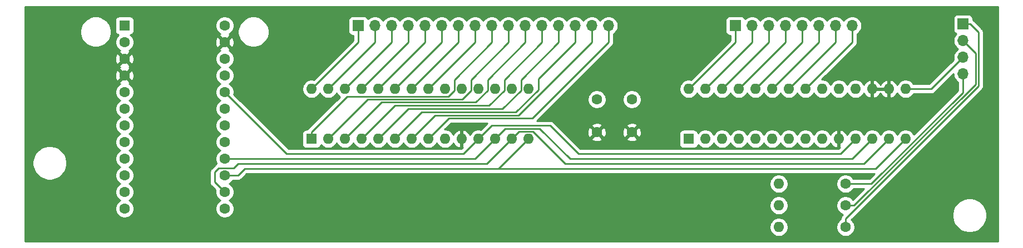
<source format=gbr>
G04 #@! TF.GenerationSoftware,KiCad,Pcbnew,(5.1.5-0-10_14)*
G04 #@! TF.CreationDate,2020-04-26T22:29:08-07:00*
G04 #@! TF.ProjectId,modelm,6d6f6465-6c6d-42e6-9b69-6361645f7063,v0.1*
G04 #@! TF.SameCoordinates,Original*
G04 #@! TF.FileFunction,Copper,L1,Top*
G04 #@! TF.FilePolarity,Positive*
%FSLAX46Y46*%
G04 Gerber Fmt 4.6, Leading zero omitted, Abs format (unit mm)*
G04 Created by KiCad (PCBNEW (5.1.5-0-10_14)) date 2020-04-26 22:29:08*
%MOMM*%
%LPD*%
G04 APERTURE LIST*
%ADD10C,1.600000*%
%ADD11R,1.600000X1.600000*%
%ADD12O,1.600000X1.600000*%
%ADD13O,1.700000X1.700000*%
%ADD14R,1.700000X1.700000*%
%ADD15C,0.250000*%
%ADD16C,0.254000*%
G04 APERTURE END LIST*
D10*
X96390000Y-51020000D03*
X96390000Y-53560000D03*
X96390000Y-56100000D03*
X96390000Y-58640000D03*
X96390000Y-61180000D03*
X96390000Y-63720000D03*
X96390000Y-66260000D03*
X96390000Y-68800000D03*
X96390000Y-71340000D03*
X96390000Y-73880000D03*
X96390000Y-76420000D03*
X96390000Y-78960000D03*
X81150000Y-78960000D03*
X81150000Y-76420000D03*
X81150000Y-73880000D03*
X81150000Y-71340000D03*
X81150000Y-68800000D03*
X81150000Y-66260000D03*
X81150000Y-63720000D03*
X81150000Y-61180000D03*
X81150000Y-58640000D03*
X81150000Y-56100000D03*
X81150000Y-53560000D03*
D11*
X81150000Y-51020000D03*
D10*
X158366000Y-62310000D03*
X158366000Y-67310000D03*
X153032000Y-62310000D03*
X153032000Y-67310000D03*
D12*
X109598000Y-60706000D03*
X142618000Y-68326000D03*
X112138000Y-60706000D03*
X140078000Y-68326000D03*
X114678000Y-60706000D03*
X137538000Y-68326000D03*
X117218000Y-60706000D03*
X134998000Y-68326000D03*
X119758000Y-60706000D03*
X132458000Y-68326000D03*
X122298000Y-60706000D03*
X129918000Y-68326000D03*
X124838000Y-60706000D03*
X127378000Y-68326000D03*
X127378000Y-60706000D03*
X124838000Y-68326000D03*
X129918000Y-60706000D03*
X122298000Y-68326000D03*
X132458000Y-60706000D03*
X119758000Y-68326000D03*
X134998000Y-60706000D03*
X117218000Y-68326000D03*
X137538000Y-60706000D03*
X114678000Y-68326000D03*
X140078000Y-60706000D03*
X112138000Y-68326000D03*
X142618000Y-60706000D03*
D11*
X109598000Y-68326000D03*
D12*
X167002000Y-60706000D03*
X200022000Y-68326000D03*
X169542000Y-60706000D03*
X197482000Y-68326000D03*
X172082000Y-60706000D03*
X194942000Y-68326000D03*
X174622000Y-60706000D03*
X192402000Y-68326000D03*
X177162000Y-60706000D03*
X189862000Y-68326000D03*
X179702000Y-60706000D03*
X187322000Y-68326000D03*
X182242000Y-60706000D03*
X184782000Y-68326000D03*
X184782000Y-60706000D03*
X182242000Y-68326000D03*
X187322000Y-60706000D03*
X179702000Y-68326000D03*
X189862000Y-60706000D03*
X177162000Y-68326000D03*
X192402000Y-60706000D03*
X174622000Y-68326000D03*
X194942000Y-60706000D03*
X172082000Y-68326000D03*
X197482000Y-60706000D03*
X169542000Y-68326000D03*
X200022000Y-60706000D03*
D11*
X167002000Y-68326000D03*
D13*
X208770000Y-58420000D03*
X208770000Y-55880000D03*
X208770000Y-53340000D03*
D14*
X208770000Y-50800000D03*
D13*
X191894000Y-51054000D03*
X189354000Y-51054000D03*
X186814000Y-51054000D03*
X184274000Y-51054000D03*
X181734000Y-51054000D03*
X179194000Y-51054000D03*
X176654000Y-51054000D03*
D14*
X174114000Y-51054000D03*
D13*
X154810000Y-51054000D03*
X152270000Y-51054000D03*
X149730000Y-51054000D03*
X147190000Y-51054000D03*
X144650000Y-51054000D03*
X142110000Y-51054000D03*
X139570000Y-51054000D03*
X137030000Y-51054000D03*
X134490000Y-51054000D03*
X131950000Y-51054000D03*
X129410000Y-51054000D03*
X126870000Y-51054000D03*
X124330000Y-51054000D03*
X121790000Y-51054000D03*
X119250000Y-51054000D03*
D14*
X116710000Y-51054000D03*
D12*
X180718000Y-75184000D03*
D10*
X190878000Y-75184000D03*
D12*
X180718000Y-78486000D03*
D10*
X190878000Y-78486000D03*
D12*
X180718000Y-81788000D03*
D10*
X190878000Y-81788000D03*
D15*
X203944000Y-60706000D02*
X208770000Y-55880000D01*
X200022000Y-60706000D02*
X203944000Y-60706000D01*
X154810000Y-53594000D02*
X154810000Y-51054000D01*
X143241980Y-65162020D02*
X154810000Y-53594000D01*
X130541980Y-65162020D02*
X143241980Y-65162020D01*
X127378000Y-68326000D02*
X130541980Y-65162020D01*
X141151990Y-64712010D02*
X152270000Y-53594000D01*
X152270000Y-53594000D02*
X152270000Y-51054000D01*
X128451990Y-64712010D02*
X141151990Y-64712010D01*
X124838000Y-68326000D02*
X128451990Y-64712010D01*
X122298000Y-68326000D02*
X126362000Y-64262000D01*
X149730000Y-52256081D02*
X149730000Y-51054000D01*
X126362000Y-64262000D02*
X140727002Y-64262000D01*
X140727002Y-64262000D02*
X144142000Y-60847002D01*
X144142000Y-59182000D02*
X149730000Y-53594000D01*
X144142000Y-60847002D02*
X144142000Y-59182000D01*
X149730000Y-53594000D02*
X149730000Y-52256081D01*
X119758000Y-68326000D02*
X124330000Y-63754000D01*
X141492999Y-60956003D02*
X141492999Y-59291001D01*
X138695002Y-63754000D02*
X141492999Y-60956003D01*
X124330000Y-63754000D02*
X138695002Y-63754000D01*
X147190000Y-53594000D02*
X147190000Y-51054000D01*
X141492999Y-59291001D02*
X147190000Y-53594000D01*
X117218000Y-68326000D02*
X122298000Y-63246000D01*
X138952999Y-60956003D02*
X138952999Y-59291001D01*
X136663002Y-63246000D02*
X138952999Y-60956003D01*
X122298000Y-63246000D02*
X136663002Y-63246000D01*
X138952999Y-59291001D02*
X144650000Y-53594000D01*
X144650000Y-53594000D02*
X144650000Y-51054000D01*
X142110000Y-53594000D02*
X142110000Y-51054000D01*
X136412999Y-59291001D02*
X142110000Y-53594000D01*
X136412999Y-60956003D02*
X136412999Y-59291001D01*
X120266000Y-62738000D02*
X134631002Y-62738000D01*
X134631002Y-62738000D02*
X136412999Y-60956003D01*
X114678000Y-68326000D02*
X120266000Y-62738000D01*
X112138000Y-68326000D02*
X118182989Y-62281011D01*
X133872999Y-60956003D02*
X133872999Y-59291001D01*
X132547991Y-62281011D02*
X133872999Y-60956003D01*
X118182989Y-62281011D02*
X132547991Y-62281011D01*
X139570000Y-53594000D02*
X139570000Y-51054000D01*
X133872999Y-59291001D02*
X139570000Y-53594000D01*
X131332999Y-60956003D02*
X131332999Y-59291001D01*
X130458001Y-61831001D02*
X131332999Y-60956003D01*
X115042999Y-61831001D02*
X130458001Y-61831001D01*
X109598000Y-67276000D02*
X115042999Y-61831001D01*
X109598000Y-68326000D02*
X109598000Y-67276000D01*
X137030000Y-53594000D02*
X137030000Y-51054000D01*
X131332999Y-59291001D02*
X137030000Y-53594000D01*
X134490000Y-53594000D02*
X134490000Y-51054000D01*
X127378000Y-60706000D02*
X134490000Y-53594000D01*
X131950000Y-53594000D02*
X131950000Y-51054000D01*
X124838000Y-60706000D02*
X131950000Y-53594000D01*
X129410000Y-53594000D02*
X129410000Y-51054000D01*
X122298000Y-60706000D02*
X129410000Y-53594000D01*
X126870000Y-53594000D02*
X126870000Y-51054000D01*
X119758000Y-60706000D02*
X126870000Y-53594000D01*
X124330000Y-53594000D02*
X124330000Y-51054000D01*
X117218000Y-60706000D02*
X124330000Y-53594000D01*
X121790000Y-53594000D02*
X121790000Y-51054000D01*
X114678000Y-60706000D02*
X121790000Y-53594000D01*
X119250000Y-53594000D02*
X112138000Y-60706000D01*
X119250000Y-51054000D02*
X119250000Y-53594000D01*
X116710000Y-53594000D02*
X109598000Y-60706000D01*
X116710000Y-51054000D02*
X116710000Y-53594000D01*
X208770000Y-59622081D02*
X208770000Y-58420000D01*
X208770000Y-61243002D02*
X208770000Y-59622081D01*
X194829002Y-75184000D02*
X208770000Y-61243002D01*
X190878000Y-75184000D02*
X194829002Y-75184000D01*
X192163412Y-78486000D02*
X210690000Y-59959412D01*
X190878000Y-78486000D02*
X192163412Y-78486000D01*
X210690000Y-55260000D02*
X208770000Y-53340000D01*
X210690000Y-59959412D02*
X210690000Y-55260000D01*
X190878000Y-81788000D02*
X190878000Y-80518000D01*
X211140010Y-60255990D02*
X211140010Y-52070010D01*
X209870000Y-50800000D02*
X208770000Y-50800000D01*
X211140010Y-52070010D02*
X209870000Y-50800000D01*
X190878000Y-80518000D02*
X211140010Y-60255990D01*
X134524000Y-71340000D02*
X134617000Y-71247000D01*
X96390000Y-71340000D02*
X134524000Y-71340000D01*
X134617000Y-71247000D02*
X137538000Y-68326000D01*
X191894000Y-71374000D02*
X194942000Y-68326000D01*
X139113011Y-66750989D02*
X144344989Y-66750989D01*
X148968000Y-71374000D02*
X191894000Y-71374000D01*
X144344989Y-66750989D02*
X148968000Y-71374000D01*
X137538000Y-68326000D02*
X139113011Y-66750989D01*
X96390000Y-73880000D02*
X98456000Y-73880000D01*
X98456000Y-73880000D02*
X99438000Y-72898000D01*
X138046000Y-72898000D02*
X142618000Y-68326000D01*
X99438000Y-72898000D02*
X138046000Y-72898000D01*
X138046000Y-72898000D02*
X138046000Y-72898000D01*
X195450000Y-72898000D02*
X200022000Y-68326000D01*
X138046000Y-72898000D02*
X195450000Y-72898000D01*
X95590001Y-75620001D02*
X95556001Y-75620001D01*
X96390000Y-76420000D02*
X95590001Y-75620001D01*
X95556001Y-75620001D02*
X94866000Y-74930000D01*
X94866000Y-74930000D02*
X94866000Y-73406000D01*
X95517001Y-72754999D02*
X97803001Y-72754999D01*
X94866000Y-73406000D02*
X95517001Y-72754999D01*
X97803001Y-72754999D02*
X98422000Y-72136000D01*
X136268000Y-72136000D02*
X140078000Y-68326000D01*
X98422000Y-72136000D02*
X136268000Y-72136000D01*
X136268000Y-72136000D02*
X136268000Y-72136000D01*
X193672000Y-72136000D02*
X197482000Y-68326000D01*
X148206000Y-72136000D02*
X193672000Y-72136000D01*
X143270999Y-67200999D02*
X148206000Y-72136000D01*
X141203001Y-67200999D02*
X143270999Y-67200999D01*
X140078000Y-68326000D02*
X141203001Y-67200999D01*
X184782000Y-60706000D02*
X191894000Y-53594000D01*
X191894000Y-53594000D02*
X191894000Y-51054000D01*
X182242000Y-60706000D02*
X189354000Y-53594000D01*
X189354000Y-53594000D02*
X189354000Y-51054000D01*
X179702000Y-60706000D02*
X186814000Y-53594000D01*
X186814000Y-53594000D02*
X186814000Y-51054000D01*
X177162000Y-60706000D02*
X184274000Y-53594000D01*
X184274000Y-53594000D02*
X184274000Y-51054000D01*
X174622000Y-60706000D02*
X181734000Y-53594000D01*
X181734000Y-53594000D02*
X181734000Y-51054000D01*
X172082000Y-60706000D02*
X179194000Y-53594000D01*
X179194000Y-53594000D02*
X179194000Y-51054000D01*
X169542000Y-60706000D02*
X176654000Y-53594000D01*
X176654000Y-53594000D02*
X176654000Y-51054000D01*
X174114000Y-51054000D02*
X174114000Y-53594000D01*
X167002000Y-60706000D02*
X174114000Y-53594000D01*
X132712000Y-70612000D02*
X134998000Y-68326000D01*
X105822000Y-70612000D02*
X132712000Y-70612000D01*
X96390000Y-61180000D02*
X105822000Y-70612000D01*
X134998000Y-68326000D02*
X137030000Y-66294000D01*
X140846979Y-66300979D02*
X145926979Y-66300979D01*
X140840000Y-66294000D02*
X140846979Y-66300979D01*
X137030000Y-66294000D02*
X140840000Y-66294000D01*
X145926979Y-66300979D02*
X150238000Y-70612000D01*
X190116000Y-70612000D02*
X192402000Y-68326000D01*
X150238000Y-70612000D02*
X190116000Y-70612000D01*
D16*
G36*
X214119000Y-83947000D02*
G01*
X66037000Y-83947000D01*
X66037000Y-81647453D01*
X179291000Y-81647453D01*
X179291000Y-81928547D01*
X179345838Y-82204241D01*
X179453409Y-82463938D01*
X179609576Y-82697660D01*
X179808340Y-82896424D01*
X180042062Y-83052591D01*
X180301759Y-83160162D01*
X180577453Y-83215000D01*
X180858547Y-83215000D01*
X181134241Y-83160162D01*
X181393938Y-83052591D01*
X181627660Y-82896424D01*
X181826424Y-82697660D01*
X181982591Y-82463938D01*
X182090162Y-82204241D01*
X182145000Y-81928547D01*
X182145000Y-81647453D01*
X182090162Y-81371759D01*
X181982591Y-81112062D01*
X181826424Y-80878340D01*
X181627660Y-80679576D01*
X181393938Y-80523409D01*
X181134241Y-80415838D01*
X180858547Y-80361000D01*
X180577453Y-80361000D01*
X180301759Y-80415838D01*
X180042062Y-80523409D01*
X179808340Y-80679576D01*
X179609576Y-80878340D01*
X179453409Y-81112062D01*
X179345838Y-81371759D01*
X179291000Y-81647453D01*
X66037000Y-81647453D01*
X66037000Y-71731263D01*
X67143000Y-71731263D01*
X67143000Y-72248737D01*
X67243954Y-72756268D01*
X67441983Y-73234351D01*
X67729476Y-73664615D01*
X68095385Y-74030524D01*
X68525649Y-74318017D01*
X69003732Y-74516046D01*
X69511263Y-74617000D01*
X70028737Y-74617000D01*
X70536268Y-74516046D01*
X71014351Y-74318017D01*
X71444615Y-74030524D01*
X71810524Y-73664615D01*
X72098017Y-73234351D01*
X72296046Y-72756268D01*
X72397000Y-72248737D01*
X72397000Y-71731263D01*
X72296046Y-71223732D01*
X72098017Y-70745649D01*
X71810524Y-70315385D01*
X71444615Y-69949476D01*
X71014351Y-69661983D01*
X70536268Y-69463954D01*
X70028737Y-69363000D01*
X69511263Y-69363000D01*
X69003732Y-69463954D01*
X68525649Y-69661983D01*
X68095385Y-69949476D01*
X67729476Y-70315385D01*
X67441983Y-70745649D01*
X67243954Y-71223732D01*
X67143000Y-71731263D01*
X66037000Y-71731263D01*
X66037000Y-61039453D01*
X79723000Y-61039453D01*
X79723000Y-61320547D01*
X79777838Y-61596241D01*
X79885409Y-61855938D01*
X80041576Y-62089660D01*
X80240340Y-62288424D01*
X80474062Y-62444591D01*
X80487120Y-62450000D01*
X80474062Y-62455409D01*
X80240340Y-62611576D01*
X80041576Y-62810340D01*
X79885409Y-63044062D01*
X79777838Y-63303759D01*
X79723000Y-63579453D01*
X79723000Y-63860547D01*
X79777838Y-64136241D01*
X79885409Y-64395938D01*
X80041576Y-64629660D01*
X80240340Y-64828424D01*
X80474062Y-64984591D01*
X80487120Y-64990000D01*
X80474062Y-64995409D01*
X80240340Y-65151576D01*
X80041576Y-65350340D01*
X79885409Y-65584062D01*
X79777838Y-65843759D01*
X79723000Y-66119453D01*
X79723000Y-66400547D01*
X79777838Y-66676241D01*
X79885409Y-66935938D01*
X80041576Y-67169660D01*
X80240340Y-67368424D01*
X80474062Y-67524591D01*
X80487120Y-67530000D01*
X80474062Y-67535409D01*
X80240340Y-67691576D01*
X80041576Y-67890340D01*
X79885409Y-68124062D01*
X79777838Y-68383759D01*
X79723000Y-68659453D01*
X79723000Y-68940547D01*
X79777838Y-69216241D01*
X79885409Y-69475938D01*
X80041576Y-69709660D01*
X80240340Y-69908424D01*
X80474062Y-70064591D01*
X80487120Y-70070000D01*
X80474062Y-70075409D01*
X80240340Y-70231576D01*
X80041576Y-70430340D01*
X79885409Y-70664062D01*
X79777838Y-70923759D01*
X79723000Y-71199453D01*
X79723000Y-71480547D01*
X79777838Y-71756241D01*
X79885409Y-72015938D01*
X80041576Y-72249660D01*
X80240340Y-72448424D01*
X80474062Y-72604591D01*
X80487120Y-72610000D01*
X80474062Y-72615409D01*
X80240340Y-72771576D01*
X80041576Y-72970340D01*
X79885409Y-73204062D01*
X79777838Y-73463759D01*
X79723000Y-73739453D01*
X79723000Y-74020547D01*
X79777838Y-74296241D01*
X79885409Y-74555938D01*
X80041576Y-74789660D01*
X80240340Y-74988424D01*
X80474062Y-75144591D01*
X80487120Y-75150000D01*
X80474062Y-75155409D01*
X80240340Y-75311576D01*
X80041576Y-75510340D01*
X79885409Y-75744062D01*
X79777838Y-76003759D01*
X79723000Y-76279453D01*
X79723000Y-76560547D01*
X79777838Y-76836241D01*
X79885409Y-77095938D01*
X80041576Y-77329660D01*
X80240340Y-77528424D01*
X80474062Y-77684591D01*
X80487120Y-77690000D01*
X80474062Y-77695409D01*
X80240340Y-77851576D01*
X80041576Y-78050340D01*
X79885409Y-78284062D01*
X79777838Y-78543759D01*
X79723000Y-78819453D01*
X79723000Y-79100547D01*
X79777838Y-79376241D01*
X79885409Y-79635938D01*
X80041576Y-79869660D01*
X80240340Y-80068424D01*
X80474062Y-80224591D01*
X80733759Y-80332162D01*
X81009453Y-80387000D01*
X81290547Y-80387000D01*
X81566241Y-80332162D01*
X81825938Y-80224591D01*
X82059660Y-80068424D01*
X82258424Y-79869660D01*
X82414591Y-79635938D01*
X82522162Y-79376241D01*
X82577000Y-79100547D01*
X82577000Y-78819453D01*
X82522162Y-78543759D01*
X82414591Y-78284062D01*
X82258424Y-78050340D01*
X82059660Y-77851576D01*
X81825938Y-77695409D01*
X81812880Y-77690000D01*
X81825938Y-77684591D01*
X82059660Y-77528424D01*
X82258424Y-77329660D01*
X82414591Y-77095938D01*
X82522162Y-76836241D01*
X82577000Y-76560547D01*
X82577000Y-76279453D01*
X82522162Y-76003759D01*
X82414591Y-75744062D01*
X82258424Y-75510340D01*
X82059660Y-75311576D01*
X81825938Y-75155409D01*
X81812880Y-75150000D01*
X81825938Y-75144591D01*
X82059660Y-74988424D01*
X82258424Y-74789660D01*
X82414591Y-74555938D01*
X82522162Y-74296241D01*
X82577000Y-74020547D01*
X82577000Y-73739453D01*
X82522162Y-73463759D01*
X82498238Y-73406000D01*
X94110362Y-73406000D01*
X94114001Y-73442945D01*
X94114000Y-74893064D01*
X94110362Y-74930000D01*
X94114000Y-74966935D01*
X94114000Y-74966937D01*
X94124881Y-75077417D01*
X94162125Y-75200191D01*
X94167882Y-75219169D01*
X94237710Y-75349810D01*
X94278583Y-75399614D01*
X94331683Y-75464317D01*
X94360379Y-75487867D01*
X94994351Y-76121840D01*
X94963000Y-76279453D01*
X94963000Y-76560547D01*
X95017838Y-76836241D01*
X95125409Y-77095938D01*
X95281576Y-77329660D01*
X95480340Y-77528424D01*
X95714062Y-77684591D01*
X95727120Y-77690000D01*
X95714062Y-77695409D01*
X95480340Y-77851576D01*
X95281576Y-78050340D01*
X95125409Y-78284062D01*
X95017838Y-78543759D01*
X94963000Y-78819453D01*
X94963000Y-79100547D01*
X95017838Y-79376241D01*
X95125409Y-79635938D01*
X95281576Y-79869660D01*
X95480340Y-80068424D01*
X95714062Y-80224591D01*
X95973759Y-80332162D01*
X96249453Y-80387000D01*
X96530547Y-80387000D01*
X96806241Y-80332162D01*
X97065938Y-80224591D01*
X97299660Y-80068424D01*
X97498424Y-79869660D01*
X97654591Y-79635938D01*
X97762162Y-79376241D01*
X97817000Y-79100547D01*
X97817000Y-78819453D01*
X97762162Y-78543759D01*
X97680021Y-78345453D01*
X179291000Y-78345453D01*
X179291000Y-78626547D01*
X179345838Y-78902241D01*
X179453409Y-79161938D01*
X179609576Y-79395660D01*
X179808340Y-79594424D01*
X180042062Y-79750591D01*
X180301759Y-79858162D01*
X180577453Y-79913000D01*
X180858547Y-79913000D01*
X181134241Y-79858162D01*
X181393938Y-79750591D01*
X181627660Y-79594424D01*
X181826424Y-79395660D01*
X181982591Y-79161938D01*
X182090162Y-78902241D01*
X182145000Y-78626547D01*
X182145000Y-78345453D01*
X182090162Y-78069759D01*
X181982591Y-77810062D01*
X181826424Y-77576340D01*
X181627660Y-77377576D01*
X181393938Y-77221409D01*
X181134241Y-77113838D01*
X180858547Y-77059000D01*
X180577453Y-77059000D01*
X180301759Y-77113838D01*
X180042062Y-77221409D01*
X179808340Y-77377576D01*
X179609576Y-77576340D01*
X179453409Y-77810062D01*
X179345838Y-78069759D01*
X179291000Y-78345453D01*
X97680021Y-78345453D01*
X97654591Y-78284062D01*
X97498424Y-78050340D01*
X97299660Y-77851576D01*
X97065938Y-77695409D01*
X97052880Y-77690000D01*
X97065938Y-77684591D01*
X97299660Y-77528424D01*
X97498424Y-77329660D01*
X97654591Y-77095938D01*
X97762162Y-76836241D01*
X97817000Y-76560547D01*
X97817000Y-76279453D01*
X97762162Y-76003759D01*
X97654591Y-75744062D01*
X97498424Y-75510340D01*
X97299660Y-75311576D01*
X97065938Y-75155409D01*
X97052880Y-75150000D01*
X97065938Y-75144591D01*
X97217302Y-75043453D01*
X179291000Y-75043453D01*
X179291000Y-75324547D01*
X179345838Y-75600241D01*
X179453409Y-75859938D01*
X179609576Y-76093660D01*
X179808340Y-76292424D01*
X180042062Y-76448591D01*
X180301759Y-76556162D01*
X180577453Y-76611000D01*
X180858547Y-76611000D01*
X181134241Y-76556162D01*
X181393938Y-76448591D01*
X181627660Y-76292424D01*
X181826424Y-76093660D01*
X181982591Y-75859938D01*
X182090162Y-75600241D01*
X182145000Y-75324547D01*
X182145000Y-75043453D01*
X182090162Y-74767759D01*
X181982591Y-74508062D01*
X181826424Y-74274340D01*
X181627660Y-74075576D01*
X181393938Y-73919409D01*
X181134241Y-73811838D01*
X180858547Y-73757000D01*
X180577453Y-73757000D01*
X180301759Y-73811838D01*
X180042062Y-73919409D01*
X179808340Y-74075576D01*
X179609576Y-74274340D01*
X179453409Y-74508062D01*
X179345838Y-74767759D01*
X179291000Y-75043453D01*
X97217302Y-75043453D01*
X97299660Y-74988424D01*
X97498424Y-74789660D01*
X97603768Y-74632000D01*
X98419065Y-74632000D01*
X98456000Y-74635638D01*
X98492935Y-74632000D01*
X98492938Y-74632000D01*
X98603418Y-74621119D01*
X98745170Y-74578118D01*
X98875810Y-74508290D01*
X98990317Y-74414317D01*
X99013867Y-74385621D01*
X99749488Y-73650000D01*
X138009065Y-73650000D01*
X138046000Y-73653638D01*
X138082935Y-73650000D01*
X195299514Y-73650000D01*
X194517514Y-74432000D01*
X192091768Y-74432000D01*
X191986424Y-74274340D01*
X191787660Y-74075576D01*
X191553938Y-73919409D01*
X191294241Y-73811838D01*
X191018547Y-73757000D01*
X190737453Y-73757000D01*
X190461759Y-73811838D01*
X190202062Y-73919409D01*
X189968340Y-74075576D01*
X189769576Y-74274340D01*
X189613409Y-74508062D01*
X189505838Y-74767759D01*
X189451000Y-75043453D01*
X189451000Y-75324547D01*
X189505838Y-75600241D01*
X189613409Y-75859938D01*
X189769576Y-76093660D01*
X189968340Y-76292424D01*
X190202062Y-76448591D01*
X190461759Y-76556162D01*
X190737453Y-76611000D01*
X191018547Y-76611000D01*
X191294241Y-76556162D01*
X191553938Y-76448591D01*
X191787660Y-76292424D01*
X191986424Y-76093660D01*
X192091768Y-75936000D01*
X193649924Y-75936000D01*
X191995701Y-77590223D01*
X191986424Y-77576340D01*
X191787660Y-77377576D01*
X191553938Y-77221409D01*
X191294241Y-77113838D01*
X191018547Y-77059000D01*
X190737453Y-77059000D01*
X190461759Y-77113838D01*
X190202062Y-77221409D01*
X189968340Y-77377576D01*
X189769576Y-77576340D01*
X189613409Y-77810062D01*
X189505838Y-78069759D01*
X189451000Y-78345453D01*
X189451000Y-78626547D01*
X189505838Y-78902241D01*
X189613409Y-79161938D01*
X189769576Y-79395660D01*
X189968340Y-79594424D01*
X190202062Y-79750591D01*
X190461759Y-79858162D01*
X190472261Y-79860251D01*
X190372375Y-79960137D01*
X190343684Y-79983683D01*
X190320138Y-80012374D01*
X190320137Y-80012375D01*
X190249710Y-80098190D01*
X190179882Y-80228831D01*
X190136882Y-80370583D01*
X190122362Y-80518000D01*
X190126001Y-80554945D01*
X190126001Y-80574231D01*
X189968340Y-80679576D01*
X189769576Y-80878340D01*
X189613409Y-81112062D01*
X189505838Y-81371759D01*
X189451000Y-81647453D01*
X189451000Y-81928547D01*
X189505838Y-82204241D01*
X189613409Y-82463938D01*
X189769576Y-82697660D01*
X189968340Y-82896424D01*
X190202062Y-83052591D01*
X190461759Y-83160162D01*
X190737453Y-83215000D01*
X191018547Y-83215000D01*
X191294241Y-83160162D01*
X191553938Y-83052591D01*
X191787660Y-82896424D01*
X191986424Y-82697660D01*
X192142591Y-82463938D01*
X192250162Y-82204241D01*
X192305000Y-81928547D01*
X192305000Y-81647453D01*
X192250162Y-81371759D01*
X192142591Y-81112062D01*
X191986424Y-80878340D01*
X191787660Y-80679576D01*
X191783015Y-80676473D01*
X192728225Y-79731263D01*
X207143000Y-79731263D01*
X207143000Y-80248737D01*
X207243954Y-80756268D01*
X207441983Y-81234351D01*
X207729476Y-81664615D01*
X208095385Y-82030524D01*
X208525649Y-82318017D01*
X209003732Y-82516046D01*
X209511263Y-82617000D01*
X210028737Y-82617000D01*
X210536268Y-82516046D01*
X211014351Y-82318017D01*
X211444615Y-82030524D01*
X211810524Y-81664615D01*
X212098017Y-81234351D01*
X212296046Y-80756268D01*
X212397000Y-80248737D01*
X212397000Y-79731263D01*
X212296046Y-79223732D01*
X212098017Y-78745649D01*
X211810524Y-78315385D01*
X211444615Y-77949476D01*
X211014351Y-77661983D01*
X210536268Y-77463954D01*
X210028737Y-77363000D01*
X209511263Y-77363000D01*
X209003732Y-77463954D01*
X208525649Y-77661983D01*
X208095385Y-77949476D01*
X207729476Y-78315385D01*
X207441983Y-78745649D01*
X207243954Y-79223732D01*
X207143000Y-79731263D01*
X192728225Y-79731263D01*
X211645637Y-60813852D01*
X211674327Y-60790307D01*
X211736089Y-60715050D01*
X211768300Y-60675801D01*
X211830953Y-60558583D01*
X211838128Y-60545160D01*
X211881129Y-60403408D01*
X211892010Y-60292928D01*
X211892010Y-60292926D01*
X211895648Y-60255991D01*
X211892010Y-60219055D01*
X211892010Y-52106945D01*
X211895648Y-52070009D01*
X211891403Y-52026913D01*
X211881129Y-51922592D01*
X211838128Y-51780840D01*
X211792747Y-51695938D01*
X211768300Y-51650199D01*
X211697873Y-51564384D01*
X211674327Y-51535693D01*
X211645636Y-51512147D01*
X210427867Y-50294379D01*
X210404317Y-50265683D01*
X210289810Y-50171710D01*
X210250033Y-50150449D01*
X210250033Y-49950000D01*
X210237927Y-49827087D01*
X210202075Y-49708897D01*
X210143853Y-49599972D01*
X210065501Y-49504499D01*
X209970028Y-49426147D01*
X209861103Y-49367925D01*
X209742913Y-49332073D01*
X209620000Y-49319967D01*
X207920000Y-49319967D01*
X207797087Y-49332073D01*
X207678897Y-49367925D01*
X207569972Y-49426147D01*
X207474499Y-49504499D01*
X207396147Y-49599972D01*
X207337925Y-49708897D01*
X207302073Y-49827087D01*
X207289967Y-49950000D01*
X207289967Y-51650000D01*
X207302073Y-51772913D01*
X207337925Y-51891103D01*
X207396147Y-52000028D01*
X207474499Y-52095501D01*
X207569972Y-52173853D01*
X207678897Y-52232075D01*
X207763475Y-52257731D01*
X207622739Y-52398467D01*
X207461099Y-52640378D01*
X207349760Y-52909175D01*
X207293000Y-53194528D01*
X207293000Y-53485472D01*
X207349760Y-53770825D01*
X207461099Y-54039622D01*
X207622739Y-54281533D01*
X207828467Y-54487261D01*
X208012159Y-54610000D01*
X207828467Y-54732739D01*
X207622739Y-54938467D01*
X207461099Y-55180378D01*
X207349760Y-55449175D01*
X207293000Y-55734528D01*
X207293000Y-56025472D01*
X207337471Y-56249041D01*
X203632512Y-59954000D01*
X201235768Y-59954000D01*
X201130424Y-59796340D01*
X200931660Y-59597576D01*
X200697938Y-59441409D01*
X200438241Y-59333838D01*
X200162547Y-59279000D01*
X199881453Y-59279000D01*
X199605759Y-59333838D01*
X199346062Y-59441409D01*
X199112340Y-59597576D01*
X198913576Y-59796340D01*
X198757409Y-60030062D01*
X198751054Y-60045404D01*
X198634385Y-59850869D01*
X198445414Y-59642481D01*
X198219420Y-59474963D01*
X197965087Y-59354754D01*
X197831039Y-59314096D01*
X197609000Y-59436085D01*
X197609000Y-60579000D01*
X197629000Y-60579000D01*
X197629000Y-60833000D01*
X197609000Y-60833000D01*
X197609000Y-61975915D01*
X197831039Y-62097904D01*
X197965087Y-62057246D01*
X198219420Y-61937037D01*
X198445414Y-61769519D01*
X198634385Y-61561131D01*
X198751054Y-61366596D01*
X198757409Y-61381938D01*
X198913576Y-61615660D01*
X199112340Y-61814424D01*
X199346062Y-61970591D01*
X199605759Y-62078162D01*
X199881453Y-62133000D01*
X200162547Y-62133000D01*
X200438241Y-62078162D01*
X200697938Y-61970591D01*
X200931660Y-61814424D01*
X201130424Y-61615660D01*
X201235768Y-61458000D01*
X203907065Y-61458000D01*
X203944000Y-61461638D01*
X203980935Y-61458000D01*
X203980938Y-61458000D01*
X204091418Y-61447119D01*
X204233170Y-61404118D01*
X204363810Y-61334290D01*
X204478317Y-61240317D01*
X204501867Y-61211621D01*
X207293000Y-58420488D01*
X207293000Y-58565472D01*
X207349760Y-58850825D01*
X207461099Y-59119622D01*
X207622739Y-59361533D01*
X207828467Y-59567261D01*
X208018001Y-59693904D01*
X208018000Y-60931513D01*
X201290358Y-67659156D01*
X201286591Y-67650062D01*
X201130424Y-67416340D01*
X200931660Y-67217576D01*
X200697938Y-67061409D01*
X200438241Y-66953838D01*
X200162547Y-66899000D01*
X199881453Y-66899000D01*
X199605759Y-66953838D01*
X199346062Y-67061409D01*
X199112340Y-67217576D01*
X198913576Y-67416340D01*
X198757409Y-67650062D01*
X198752000Y-67663120D01*
X198746591Y-67650062D01*
X198590424Y-67416340D01*
X198391660Y-67217576D01*
X198157938Y-67061409D01*
X197898241Y-66953838D01*
X197622547Y-66899000D01*
X197341453Y-66899000D01*
X197065759Y-66953838D01*
X196806062Y-67061409D01*
X196572340Y-67217576D01*
X196373576Y-67416340D01*
X196217409Y-67650062D01*
X196212000Y-67663120D01*
X196206591Y-67650062D01*
X196050424Y-67416340D01*
X195851660Y-67217576D01*
X195617938Y-67061409D01*
X195358241Y-66953838D01*
X195082547Y-66899000D01*
X194801453Y-66899000D01*
X194525759Y-66953838D01*
X194266062Y-67061409D01*
X194032340Y-67217576D01*
X193833576Y-67416340D01*
X193677409Y-67650062D01*
X193672000Y-67663120D01*
X193666591Y-67650062D01*
X193510424Y-67416340D01*
X193311660Y-67217576D01*
X193077938Y-67061409D01*
X192818241Y-66953838D01*
X192542547Y-66899000D01*
X192261453Y-66899000D01*
X191985759Y-66953838D01*
X191726062Y-67061409D01*
X191492340Y-67217576D01*
X191293576Y-67416340D01*
X191137409Y-67650062D01*
X191131054Y-67665404D01*
X191014385Y-67470869D01*
X190825414Y-67262481D01*
X190599420Y-67094963D01*
X190345087Y-66974754D01*
X190211039Y-66934096D01*
X189989000Y-67056085D01*
X189989000Y-68199000D01*
X190009000Y-68199000D01*
X190009000Y-68453000D01*
X189989000Y-68453000D01*
X189989000Y-69595915D01*
X190040373Y-69624139D01*
X189804512Y-69860000D01*
X150549489Y-69860000D01*
X148992191Y-68302702D01*
X152218903Y-68302702D01*
X152290486Y-68546671D01*
X152545996Y-68667571D01*
X152820184Y-68736300D01*
X153102512Y-68750217D01*
X153382130Y-68708787D01*
X153648292Y-68613603D01*
X153773514Y-68546671D01*
X153845097Y-68302702D01*
X157552903Y-68302702D01*
X157624486Y-68546671D01*
X157879996Y-68667571D01*
X158154184Y-68736300D01*
X158436512Y-68750217D01*
X158716130Y-68708787D01*
X158982292Y-68613603D01*
X159107514Y-68546671D01*
X159179097Y-68302702D01*
X158366000Y-67489605D01*
X157552903Y-68302702D01*
X153845097Y-68302702D01*
X153032000Y-67489605D01*
X152218903Y-68302702D01*
X148992191Y-68302702D01*
X148070001Y-67380512D01*
X151591783Y-67380512D01*
X151633213Y-67660130D01*
X151728397Y-67926292D01*
X151795329Y-68051514D01*
X152039298Y-68123097D01*
X152852395Y-67310000D01*
X153211605Y-67310000D01*
X154024702Y-68123097D01*
X154268671Y-68051514D01*
X154389571Y-67796004D01*
X154458300Y-67521816D01*
X154465265Y-67380512D01*
X156925783Y-67380512D01*
X156967213Y-67660130D01*
X157062397Y-67926292D01*
X157129329Y-68051514D01*
X157373298Y-68123097D01*
X158186395Y-67310000D01*
X158545605Y-67310000D01*
X159358702Y-68123097D01*
X159602671Y-68051514D01*
X159723571Y-67796004D01*
X159791251Y-67526000D01*
X165571967Y-67526000D01*
X165571967Y-69126000D01*
X165584073Y-69248913D01*
X165619925Y-69367103D01*
X165678147Y-69476028D01*
X165756499Y-69571501D01*
X165851972Y-69649853D01*
X165960897Y-69708075D01*
X166079087Y-69743927D01*
X166202000Y-69756033D01*
X167802000Y-69756033D01*
X167924913Y-69743927D01*
X168043103Y-69708075D01*
X168152028Y-69649853D01*
X168247501Y-69571501D01*
X168325853Y-69476028D01*
X168384075Y-69367103D01*
X168419927Y-69248913D01*
X168422818Y-69219560D01*
X168433576Y-69235660D01*
X168632340Y-69434424D01*
X168866062Y-69590591D01*
X169125759Y-69698162D01*
X169401453Y-69753000D01*
X169682547Y-69753000D01*
X169958241Y-69698162D01*
X170217938Y-69590591D01*
X170451660Y-69434424D01*
X170650424Y-69235660D01*
X170806591Y-69001938D01*
X170812000Y-68988880D01*
X170817409Y-69001938D01*
X170973576Y-69235660D01*
X171172340Y-69434424D01*
X171406062Y-69590591D01*
X171665759Y-69698162D01*
X171941453Y-69753000D01*
X172222547Y-69753000D01*
X172498241Y-69698162D01*
X172757938Y-69590591D01*
X172991660Y-69434424D01*
X173190424Y-69235660D01*
X173346591Y-69001938D01*
X173352000Y-68988880D01*
X173357409Y-69001938D01*
X173513576Y-69235660D01*
X173712340Y-69434424D01*
X173946062Y-69590591D01*
X174205759Y-69698162D01*
X174481453Y-69753000D01*
X174762547Y-69753000D01*
X175038241Y-69698162D01*
X175297938Y-69590591D01*
X175531660Y-69434424D01*
X175730424Y-69235660D01*
X175886591Y-69001938D01*
X175892000Y-68988880D01*
X175897409Y-69001938D01*
X176053576Y-69235660D01*
X176252340Y-69434424D01*
X176486062Y-69590591D01*
X176745759Y-69698162D01*
X177021453Y-69753000D01*
X177302547Y-69753000D01*
X177578241Y-69698162D01*
X177837938Y-69590591D01*
X178071660Y-69434424D01*
X178270424Y-69235660D01*
X178426591Y-69001938D01*
X178432000Y-68988880D01*
X178437409Y-69001938D01*
X178593576Y-69235660D01*
X178792340Y-69434424D01*
X179026062Y-69590591D01*
X179285759Y-69698162D01*
X179561453Y-69753000D01*
X179842547Y-69753000D01*
X180118241Y-69698162D01*
X180377938Y-69590591D01*
X180611660Y-69434424D01*
X180810424Y-69235660D01*
X180966591Y-69001938D01*
X180972000Y-68988880D01*
X180977409Y-69001938D01*
X181133576Y-69235660D01*
X181332340Y-69434424D01*
X181566062Y-69590591D01*
X181825759Y-69698162D01*
X182101453Y-69753000D01*
X182382547Y-69753000D01*
X182658241Y-69698162D01*
X182917938Y-69590591D01*
X183151660Y-69434424D01*
X183350424Y-69235660D01*
X183506591Y-69001938D01*
X183512000Y-68988880D01*
X183517409Y-69001938D01*
X183673576Y-69235660D01*
X183872340Y-69434424D01*
X184106062Y-69590591D01*
X184365759Y-69698162D01*
X184641453Y-69753000D01*
X184922547Y-69753000D01*
X185198241Y-69698162D01*
X185457938Y-69590591D01*
X185691660Y-69434424D01*
X185890424Y-69235660D01*
X186046591Y-69001938D01*
X186052000Y-68988880D01*
X186057409Y-69001938D01*
X186213576Y-69235660D01*
X186412340Y-69434424D01*
X186646062Y-69590591D01*
X186905759Y-69698162D01*
X187181453Y-69753000D01*
X187462547Y-69753000D01*
X187738241Y-69698162D01*
X187997938Y-69590591D01*
X188231660Y-69434424D01*
X188430424Y-69235660D01*
X188586591Y-69001938D01*
X188592946Y-68986596D01*
X188709615Y-69181131D01*
X188898586Y-69389519D01*
X189124580Y-69557037D01*
X189378913Y-69677246D01*
X189512961Y-69717904D01*
X189735000Y-69595915D01*
X189735000Y-68453000D01*
X189715000Y-68453000D01*
X189715000Y-68199000D01*
X189735000Y-68199000D01*
X189735000Y-67056085D01*
X189512961Y-66934096D01*
X189378913Y-66974754D01*
X189124580Y-67094963D01*
X188898586Y-67262481D01*
X188709615Y-67470869D01*
X188592946Y-67665404D01*
X188586591Y-67650062D01*
X188430424Y-67416340D01*
X188231660Y-67217576D01*
X187997938Y-67061409D01*
X187738241Y-66953838D01*
X187462547Y-66899000D01*
X187181453Y-66899000D01*
X186905759Y-66953838D01*
X186646062Y-67061409D01*
X186412340Y-67217576D01*
X186213576Y-67416340D01*
X186057409Y-67650062D01*
X186052000Y-67663120D01*
X186046591Y-67650062D01*
X185890424Y-67416340D01*
X185691660Y-67217576D01*
X185457938Y-67061409D01*
X185198241Y-66953838D01*
X184922547Y-66899000D01*
X184641453Y-66899000D01*
X184365759Y-66953838D01*
X184106062Y-67061409D01*
X183872340Y-67217576D01*
X183673576Y-67416340D01*
X183517409Y-67650062D01*
X183512000Y-67663120D01*
X183506591Y-67650062D01*
X183350424Y-67416340D01*
X183151660Y-67217576D01*
X182917938Y-67061409D01*
X182658241Y-66953838D01*
X182382547Y-66899000D01*
X182101453Y-66899000D01*
X181825759Y-66953838D01*
X181566062Y-67061409D01*
X181332340Y-67217576D01*
X181133576Y-67416340D01*
X180977409Y-67650062D01*
X180972000Y-67663120D01*
X180966591Y-67650062D01*
X180810424Y-67416340D01*
X180611660Y-67217576D01*
X180377938Y-67061409D01*
X180118241Y-66953838D01*
X179842547Y-66899000D01*
X179561453Y-66899000D01*
X179285759Y-66953838D01*
X179026062Y-67061409D01*
X178792340Y-67217576D01*
X178593576Y-67416340D01*
X178437409Y-67650062D01*
X178432000Y-67663120D01*
X178426591Y-67650062D01*
X178270424Y-67416340D01*
X178071660Y-67217576D01*
X177837938Y-67061409D01*
X177578241Y-66953838D01*
X177302547Y-66899000D01*
X177021453Y-66899000D01*
X176745759Y-66953838D01*
X176486062Y-67061409D01*
X176252340Y-67217576D01*
X176053576Y-67416340D01*
X175897409Y-67650062D01*
X175892000Y-67663120D01*
X175886591Y-67650062D01*
X175730424Y-67416340D01*
X175531660Y-67217576D01*
X175297938Y-67061409D01*
X175038241Y-66953838D01*
X174762547Y-66899000D01*
X174481453Y-66899000D01*
X174205759Y-66953838D01*
X173946062Y-67061409D01*
X173712340Y-67217576D01*
X173513576Y-67416340D01*
X173357409Y-67650062D01*
X173352000Y-67663120D01*
X173346591Y-67650062D01*
X173190424Y-67416340D01*
X172991660Y-67217576D01*
X172757938Y-67061409D01*
X172498241Y-66953838D01*
X172222547Y-66899000D01*
X171941453Y-66899000D01*
X171665759Y-66953838D01*
X171406062Y-67061409D01*
X171172340Y-67217576D01*
X170973576Y-67416340D01*
X170817409Y-67650062D01*
X170812000Y-67663120D01*
X170806591Y-67650062D01*
X170650424Y-67416340D01*
X170451660Y-67217576D01*
X170217938Y-67061409D01*
X169958241Y-66953838D01*
X169682547Y-66899000D01*
X169401453Y-66899000D01*
X169125759Y-66953838D01*
X168866062Y-67061409D01*
X168632340Y-67217576D01*
X168433576Y-67416340D01*
X168422818Y-67432440D01*
X168419927Y-67403087D01*
X168384075Y-67284897D01*
X168325853Y-67175972D01*
X168247501Y-67080499D01*
X168152028Y-67002147D01*
X168043103Y-66943925D01*
X167924913Y-66908073D01*
X167802000Y-66895967D01*
X166202000Y-66895967D01*
X166079087Y-66908073D01*
X165960897Y-66943925D01*
X165851972Y-67002147D01*
X165756499Y-67080499D01*
X165678147Y-67175972D01*
X165619925Y-67284897D01*
X165584073Y-67403087D01*
X165571967Y-67526000D01*
X159791251Y-67526000D01*
X159792300Y-67521816D01*
X159806217Y-67239488D01*
X159764787Y-66959870D01*
X159669603Y-66693708D01*
X159602671Y-66568486D01*
X159358702Y-66496903D01*
X158545605Y-67310000D01*
X158186395Y-67310000D01*
X157373298Y-66496903D01*
X157129329Y-66568486D01*
X157008429Y-66823996D01*
X156939700Y-67098184D01*
X156925783Y-67380512D01*
X154465265Y-67380512D01*
X154472217Y-67239488D01*
X154430787Y-66959870D01*
X154335603Y-66693708D01*
X154268671Y-66568486D01*
X154024702Y-66496903D01*
X153211605Y-67310000D01*
X152852395Y-67310000D01*
X152039298Y-66496903D01*
X151795329Y-66568486D01*
X151674429Y-66823996D01*
X151605700Y-67098184D01*
X151591783Y-67380512D01*
X148070001Y-67380512D01*
X147006787Y-66317298D01*
X152218903Y-66317298D01*
X153032000Y-67130395D01*
X153845097Y-66317298D01*
X157552903Y-66317298D01*
X158366000Y-67130395D01*
X159179097Y-66317298D01*
X159107514Y-66073329D01*
X158852004Y-65952429D01*
X158577816Y-65883700D01*
X158295488Y-65869783D01*
X158015870Y-65911213D01*
X157749708Y-66006397D01*
X157624486Y-66073329D01*
X157552903Y-66317298D01*
X153845097Y-66317298D01*
X153773514Y-66073329D01*
X153518004Y-65952429D01*
X153243816Y-65883700D01*
X152961488Y-65869783D01*
X152681870Y-65911213D01*
X152415708Y-66006397D01*
X152290486Y-66073329D01*
X152218903Y-66317298D01*
X147006787Y-66317298D01*
X146484846Y-65795358D01*
X146461296Y-65766662D01*
X146346789Y-65672689D01*
X146216149Y-65602861D01*
X146074397Y-65559860D01*
X145963917Y-65548979D01*
X145963914Y-65548979D01*
X145926979Y-65545341D01*
X145890044Y-65548979D01*
X143918509Y-65548979D01*
X147298035Y-62169453D01*
X151605000Y-62169453D01*
X151605000Y-62450547D01*
X151659838Y-62726241D01*
X151767409Y-62985938D01*
X151923576Y-63219660D01*
X152122340Y-63418424D01*
X152356062Y-63574591D01*
X152615759Y-63682162D01*
X152891453Y-63737000D01*
X153172547Y-63737000D01*
X153448241Y-63682162D01*
X153707938Y-63574591D01*
X153941660Y-63418424D01*
X154140424Y-63219660D01*
X154296591Y-62985938D01*
X154404162Y-62726241D01*
X154459000Y-62450547D01*
X154459000Y-62169453D01*
X156939000Y-62169453D01*
X156939000Y-62450547D01*
X156993838Y-62726241D01*
X157101409Y-62985938D01*
X157257576Y-63219660D01*
X157456340Y-63418424D01*
X157690062Y-63574591D01*
X157949759Y-63682162D01*
X158225453Y-63737000D01*
X158506547Y-63737000D01*
X158782241Y-63682162D01*
X159041938Y-63574591D01*
X159275660Y-63418424D01*
X159474424Y-63219660D01*
X159630591Y-62985938D01*
X159738162Y-62726241D01*
X159793000Y-62450547D01*
X159793000Y-62169453D01*
X159738162Y-61893759D01*
X159630591Y-61634062D01*
X159474424Y-61400340D01*
X159275660Y-61201576D01*
X159041938Y-61045409D01*
X158782241Y-60937838D01*
X158506547Y-60883000D01*
X158225453Y-60883000D01*
X157949759Y-60937838D01*
X157690062Y-61045409D01*
X157456340Y-61201576D01*
X157257576Y-61400340D01*
X157101409Y-61634062D01*
X156993838Y-61893759D01*
X156939000Y-62169453D01*
X154459000Y-62169453D01*
X154404162Y-61893759D01*
X154296591Y-61634062D01*
X154140424Y-61400340D01*
X153941660Y-61201576D01*
X153707938Y-61045409D01*
X153448241Y-60937838D01*
X153172547Y-60883000D01*
X152891453Y-60883000D01*
X152615759Y-60937838D01*
X152356062Y-61045409D01*
X152122340Y-61201576D01*
X151923576Y-61400340D01*
X151767409Y-61634062D01*
X151659838Y-61893759D01*
X151605000Y-62169453D01*
X147298035Y-62169453D01*
X148902035Y-60565453D01*
X165575000Y-60565453D01*
X165575000Y-60846547D01*
X165629838Y-61122241D01*
X165737409Y-61381938D01*
X165893576Y-61615660D01*
X166092340Y-61814424D01*
X166326062Y-61970591D01*
X166585759Y-62078162D01*
X166861453Y-62133000D01*
X167142547Y-62133000D01*
X167418241Y-62078162D01*
X167677938Y-61970591D01*
X167911660Y-61814424D01*
X168110424Y-61615660D01*
X168266591Y-61381938D01*
X168272000Y-61368880D01*
X168277409Y-61381938D01*
X168433576Y-61615660D01*
X168632340Y-61814424D01*
X168866062Y-61970591D01*
X169125759Y-62078162D01*
X169401453Y-62133000D01*
X169682547Y-62133000D01*
X169958241Y-62078162D01*
X170217938Y-61970591D01*
X170451660Y-61814424D01*
X170650424Y-61615660D01*
X170806591Y-61381938D01*
X170812000Y-61368880D01*
X170817409Y-61381938D01*
X170973576Y-61615660D01*
X171172340Y-61814424D01*
X171406062Y-61970591D01*
X171665759Y-62078162D01*
X171941453Y-62133000D01*
X172222547Y-62133000D01*
X172498241Y-62078162D01*
X172757938Y-61970591D01*
X172991660Y-61814424D01*
X173190424Y-61615660D01*
X173346591Y-61381938D01*
X173352000Y-61368880D01*
X173357409Y-61381938D01*
X173513576Y-61615660D01*
X173712340Y-61814424D01*
X173946062Y-61970591D01*
X174205759Y-62078162D01*
X174481453Y-62133000D01*
X174762547Y-62133000D01*
X175038241Y-62078162D01*
X175297938Y-61970591D01*
X175531660Y-61814424D01*
X175730424Y-61615660D01*
X175886591Y-61381938D01*
X175892000Y-61368880D01*
X175897409Y-61381938D01*
X176053576Y-61615660D01*
X176252340Y-61814424D01*
X176486062Y-61970591D01*
X176745759Y-62078162D01*
X177021453Y-62133000D01*
X177302547Y-62133000D01*
X177578241Y-62078162D01*
X177837938Y-61970591D01*
X178071660Y-61814424D01*
X178270424Y-61615660D01*
X178426591Y-61381938D01*
X178432000Y-61368880D01*
X178437409Y-61381938D01*
X178593576Y-61615660D01*
X178792340Y-61814424D01*
X179026062Y-61970591D01*
X179285759Y-62078162D01*
X179561453Y-62133000D01*
X179842547Y-62133000D01*
X180118241Y-62078162D01*
X180377938Y-61970591D01*
X180611660Y-61814424D01*
X180810424Y-61615660D01*
X180966591Y-61381938D01*
X180972000Y-61368880D01*
X180977409Y-61381938D01*
X181133576Y-61615660D01*
X181332340Y-61814424D01*
X181566062Y-61970591D01*
X181825759Y-62078162D01*
X182101453Y-62133000D01*
X182382547Y-62133000D01*
X182658241Y-62078162D01*
X182917938Y-61970591D01*
X183151660Y-61814424D01*
X183350424Y-61615660D01*
X183506591Y-61381938D01*
X183512000Y-61368880D01*
X183517409Y-61381938D01*
X183673576Y-61615660D01*
X183872340Y-61814424D01*
X184106062Y-61970591D01*
X184365759Y-62078162D01*
X184641453Y-62133000D01*
X184922547Y-62133000D01*
X185198241Y-62078162D01*
X185457938Y-61970591D01*
X185691660Y-61814424D01*
X185890424Y-61615660D01*
X186046591Y-61381938D01*
X186052000Y-61368880D01*
X186057409Y-61381938D01*
X186213576Y-61615660D01*
X186412340Y-61814424D01*
X186646062Y-61970591D01*
X186905759Y-62078162D01*
X187181453Y-62133000D01*
X187462547Y-62133000D01*
X187738241Y-62078162D01*
X187997938Y-61970591D01*
X188231660Y-61814424D01*
X188430424Y-61615660D01*
X188586591Y-61381938D01*
X188592000Y-61368880D01*
X188597409Y-61381938D01*
X188753576Y-61615660D01*
X188952340Y-61814424D01*
X189186062Y-61970591D01*
X189445759Y-62078162D01*
X189721453Y-62133000D01*
X190002547Y-62133000D01*
X190278241Y-62078162D01*
X190537938Y-61970591D01*
X190771660Y-61814424D01*
X190970424Y-61615660D01*
X191126591Y-61381938D01*
X191132000Y-61368880D01*
X191137409Y-61381938D01*
X191293576Y-61615660D01*
X191492340Y-61814424D01*
X191726062Y-61970591D01*
X191985759Y-62078162D01*
X192261453Y-62133000D01*
X192542547Y-62133000D01*
X192818241Y-62078162D01*
X193077938Y-61970591D01*
X193311660Y-61814424D01*
X193510424Y-61615660D01*
X193666591Y-61381938D01*
X193672946Y-61366596D01*
X193789615Y-61561131D01*
X193978586Y-61769519D01*
X194204580Y-61937037D01*
X194458913Y-62057246D01*
X194592961Y-62097904D01*
X194815000Y-61975915D01*
X194815000Y-60833000D01*
X195069000Y-60833000D01*
X195069000Y-61975915D01*
X195291039Y-62097904D01*
X195425087Y-62057246D01*
X195679420Y-61937037D01*
X195905414Y-61769519D01*
X196094385Y-61561131D01*
X196212000Y-61365018D01*
X196329615Y-61561131D01*
X196518586Y-61769519D01*
X196744580Y-61937037D01*
X196998913Y-62057246D01*
X197132961Y-62097904D01*
X197355000Y-61975915D01*
X197355000Y-60833000D01*
X195069000Y-60833000D01*
X194815000Y-60833000D01*
X194795000Y-60833000D01*
X194795000Y-60579000D01*
X194815000Y-60579000D01*
X194815000Y-59436085D01*
X195069000Y-59436085D01*
X195069000Y-60579000D01*
X197355000Y-60579000D01*
X197355000Y-59436085D01*
X197132961Y-59314096D01*
X196998913Y-59354754D01*
X196744580Y-59474963D01*
X196518586Y-59642481D01*
X196329615Y-59850869D01*
X196212000Y-60046982D01*
X196094385Y-59850869D01*
X195905414Y-59642481D01*
X195679420Y-59474963D01*
X195425087Y-59354754D01*
X195291039Y-59314096D01*
X195069000Y-59436085D01*
X194815000Y-59436085D01*
X194592961Y-59314096D01*
X194458913Y-59354754D01*
X194204580Y-59474963D01*
X193978586Y-59642481D01*
X193789615Y-59850869D01*
X193672946Y-60045404D01*
X193666591Y-60030062D01*
X193510424Y-59796340D01*
X193311660Y-59597576D01*
X193077938Y-59441409D01*
X192818241Y-59333838D01*
X192542547Y-59279000D01*
X192261453Y-59279000D01*
X191985759Y-59333838D01*
X191726062Y-59441409D01*
X191492340Y-59597576D01*
X191293576Y-59796340D01*
X191137409Y-60030062D01*
X191132000Y-60043120D01*
X191126591Y-60030062D01*
X190970424Y-59796340D01*
X190771660Y-59597576D01*
X190537938Y-59441409D01*
X190278241Y-59333838D01*
X190002547Y-59279000D01*
X189721453Y-59279000D01*
X189445759Y-59333838D01*
X189186062Y-59441409D01*
X188952340Y-59597576D01*
X188753576Y-59796340D01*
X188597409Y-60030062D01*
X188592000Y-60043120D01*
X188586591Y-60030062D01*
X188430424Y-59796340D01*
X188231660Y-59597576D01*
X187997938Y-59441409D01*
X187738241Y-59333838D01*
X187462547Y-59279000D01*
X187272488Y-59279000D01*
X192399627Y-54151862D01*
X192428317Y-54128317D01*
X192522290Y-54013810D01*
X192592118Y-53883170D01*
X192635119Y-53741418D01*
X192646000Y-53630938D01*
X192646000Y-53630936D01*
X192649638Y-53594000D01*
X192646000Y-53557065D01*
X192646000Y-52327903D01*
X192835533Y-52201261D01*
X193041261Y-51995533D01*
X193202901Y-51753622D01*
X193314240Y-51484825D01*
X193371000Y-51199472D01*
X193371000Y-50908528D01*
X193314240Y-50623175D01*
X193202901Y-50354378D01*
X193041261Y-50112467D01*
X192835533Y-49906739D01*
X192593622Y-49745099D01*
X192324825Y-49633760D01*
X192039472Y-49577000D01*
X191748528Y-49577000D01*
X191463175Y-49633760D01*
X191194378Y-49745099D01*
X190952467Y-49906739D01*
X190746739Y-50112467D01*
X190624000Y-50296159D01*
X190501261Y-50112467D01*
X190295533Y-49906739D01*
X190053622Y-49745099D01*
X189784825Y-49633760D01*
X189499472Y-49577000D01*
X189208528Y-49577000D01*
X188923175Y-49633760D01*
X188654378Y-49745099D01*
X188412467Y-49906739D01*
X188206739Y-50112467D01*
X188084000Y-50296159D01*
X187961261Y-50112467D01*
X187755533Y-49906739D01*
X187513622Y-49745099D01*
X187244825Y-49633760D01*
X186959472Y-49577000D01*
X186668528Y-49577000D01*
X186383175Y-49633760D01*
X186114378Y-49745099D01*
X185872467Y-49906739D01*
X185666739Y-50112467D01*
X185544000Y-50296159D01*
X185421261Y-50112467D01*
X185215533Y-49906739D01*
X184973622Y-49745099D01*
X184704825Y-49633760D01*
X184419472Y-49577000D01*
X184128528Y-49577000D01*
X183843175Y-49633760D01*
X183574378Y-49745099D01*
X183332467Y-49906739D01*
X183126739Y-50112467D01*
X183004000Y-50296159D01*
X182881261Y-50112467D01*
X182675533Y-49906739D01*
X182433622Y-49745099D01*
X182164825Y-49633760D01*
X181879472Y-49577000D01*
X181588528Y-49577000D01*
X181303175Y-49633760D01*
X181034378Y-49745099D01*
X180792467Y-49906739D01*
X180586739Y-50112467D01*
X180464000Y-50296159D01*
X180341261Y-50112467D01*
X180135533Y-49906739D01*
X179893622Y-49745099D01*
X179624825Y-49633760D01*
X179339472Y-49577000D01*
X179048528Y-49577000D01*
X178763175Y-49633760D01*
X178494378Y-49745099D01*
X178252467Y-49906739D01*
X178046739Y-50112467D01*
X177924000Y-50296159D01*
X177801261Y-50112467D01*
X177595533Y-49906739D01*
X177353622Y-49745099D01*
X177084825Y-49633760D01*
X176799472Y-49577000D01*
X176508528Y-49577000D01*
X176223175Y-49633760D01*
X175954378Y-49745099D01*
X175712467Y-49906739D01*
X175571731Y-50047475D01*
X175546075Y-49962897D01*
X175487853Y-49853972D01*
X175409501Y-49758499D01*
X175314028Y-49680147D01*
X175205103Y-49621925D01*
X175086913Y-49586073D01*
X174964000Y-49573967D01*
X173264000Y-49573967D01*
X173141087Y-49586073D01*
X173022897Y-49621925D01*
X172913972Y-49680147D01*
X172818499Y-49758499D01*
X172740147Y-49853972D01*
X172681925Y-49962897D01*
X172646073Y-50081087D01*
X172633967Y-50204000D01*
X172633967Y-51904000D01*
X172646073Y-52026913D01*
X172681925Y-52145103D01*
X172740147Y-52254028D01*
X172818499Y-52349501D01*
X172913972Y-52427853D01*
X173022897Y-52486075D01*
X173141087Y-52521927D01*
X173264000Y-52534033D01*
X173362001Y-52534033D01*
X173362001Y-53282510D01*
X167328520Y-59315992D01*
X167142547Y-59279000D01*
X166861453Y-59279000D01*
X166585759Y-59333838D01*
X166326062Y-59441409D01*
X166092340Y-59597576D01*
X165893576Y-59796340D01*
X165737409Y-60030062D01*
X165629838Y-60289759D01*
X165575000Y-60565453D01*
X148902035Y-60565453D01*
X155315627Y-54151862D01*
X155344317Y-54128317D01*
X155438290Y-54013810D01*
X155508118Y-53883170D01*
X155551119Y-53741418D01*
X155562000Y-53630938D01*
X155562000Y-53630936D01*
X155565638Y-53594000D01*
X155562000Y-53557065D01*
X155562000Y-52327903D01*
X155751533Y-52201261D01*
X155957261Y-51995533D01*
X156118901Y-51753622D01*
X156230240Y-51484825D01*
X156287000Y-51199472D01*
X156287000Y-50908528D01*
X156230240Y-50623175D01*
X156118901Y-50354378D01*
X155957261Y-50112467D01*
X155751533Y-49906739D01*
X155509622Y-49745099D01*
X155240825Y-49633760D01*
X154955472Y-49577000D01*
X154664528Y-49577000D01*
X154379175Y-49633760D01*
X154110378Y-49745099D01*
X153868467Y-49906739D01*
X153662739Y-50112467D01*
X153540000Y-50296159D01*
X153417261Y-50112467D01*
X153211533Y-49906739D01*
X152969622Y-49745099D01*
X152700825Y-49633760D01*
X152415472Y-49577000D01*
X152124528Y-49577000D01*
X151839175Y-49633760D01*
X151570378Y-49745099D01*
X151328467Y-49906739D01*
X151122739Y-50112467D01*
X151000000Y-50296159D01*
X150877261Y-50112467D01*
X150671533Y-49906739D01*
X150429622Y-49745099D01*
X150160825Y-49633760D01*
X149875472Y-49577000D01*
X149584528Y-49577000D01*
X149299175Y-49633760D01*
X149030378Y-49745099D01*
X148788467Y-49906739D01*
X148582739Y-50112467D01*
X148460000Y-50296159D01*
X148337261Y-50112467D01*
X148131533Y-49906739D01*
X147889622Y-49745099D01*
X147620825Y-49633760D01*
X147335472Y-49577000D01*
X147044528Y-49577000D01*
X146759175Y-49633760D01*
X146490378Y-49745099D01*
X146248467Y-49906739D01*
X146042739Y-50112467D01*
X145920000Y-50296159D01*
X145797261Y-50112467D01*
X145591533Y-49906739D01*
X145349622Y-49745099D01*
X145080825Y-49633760D01*
X144795472Y-49577000D01*
X144504528Y-49577000D01*
X144219175Y-49633760D01*
X143950378Y-49745099D01*
X143708467Y-49906739D01*
X143502739Y-50112467D01*
X143380000Y-50296159D01*
X143257261Y-50112467D01*
X143051533Y-49906739D01*
X142809622Y-49745099D01*
X142540825Y-49633760D01*
X142255472Y-49577000D01*
X141964528Y-49577000D01*
X141679175Y-49633760D01*
X141410378Y-49745099D01*
X141168467Y-49906739D01*
X140962739Y-50112467D01*
X140840000Y-50296159D01*
X140717261Y-50112467D01*
X140511533Y-49906739D01*
X140269622Y-49745099D01*
X140000825Y-49633760D01*
X139715472Y-49577000D01*
X139424528Y-49577000D01*
X139139175Y-49633760D01*
X138870378Y-49745099D01*
X138628467Y-49906739D01*
X138422739Y-50112467D01*
X138300000Y-50296159D01*
X138177261Y-50112467D01*
X137971533Y-49906739D01*
X137729622Y-49745099D01*
X137460825Y-49633760D01*
X137175472Y-49577000D01*
X136884528Y-49577000D01*
X136599175Y-49633760D01*
X136330378Y-49745099D01*
X136088467Y-49906739D01*
X135882739Y-50112467D01*
X135760000Y-50296159D01*
X135637261Y-50112467D01*
X135431533Y-49906739D01*
X135189622Y-49745099D01*
X134920825Y-49633760D01*
X134635472Y-49577000D01*
X134344528Y-49577000D01*
X134059175Y-49633760D01*
X133790378Y-49745099D01*
X133548467Y-49906739D01*
X133342739Y-50112467D01*
X133220000Y-50296159D01*
X133097261Y-50112467D01*
X132891533Y-49906739D01*
X132649622Y-49745099D01*
X132380825Y-49633760D01*
X132095472Y-49577000D01*
X131804528Y-49577000D01*
X131519175Y-49633760D01*
X131250378Y-49745099D01*
X131008467Y-49906739D01*
X130802739Y-50112467D01*
X130680000Y-50296159D01*
X130557261Y-50112467D01*
X130351533Y-49906739D01*
X130109622Y-49745099D01*
X129840825Y-49633760D01*
X129555472Y-49577000D01*
X129264528Y-49577000D01*
X128979175Y-49633760D01*
X128710378Y-49745099D01*
X128468467Y-49906739D01*
X128262739Y-50112467D01*
X128140000Y-50296159D01*
X128017261Y-50112467D01*
X127811533Y-49906739D01*
X127569622Y-49745099D01*
X127300825Y-49633760D01*
X127015472Y-49577000D01*
X126724528Y-49577000D01*
X126439175Y-49633760D01*
X126170378Y-49745099D01*
X125928467Y-49906739D01*
X125722739Y-50112467D01*
X125600000Y-50296159D01*
X125477261Y-50112467D01*
X125271533Y-49906739D01*
X125029622Y-49745099D01*
X124760825Y-49633760D01*
X124475472Y-49577000D01*
X124184528Y-49577000D01*
X123899175Y-49633760D01*
X123630378Y-49745099D01*
X123388467Y-49906739D01*
X123182739Y-50112467D01*
X123060000Y-50296159D01*
X122937261Y-50112467D01*
X122731533Y-49906739D01*
X122489622Y-49745099D01*
X122220825Y-49633760D01*
X121935472Y-49577000D01*
X121644528Y-49577000D01*
X121359175Y-49633760D01*
X121090378Y-49745099D01*
X120848467Y-49906739D01*
X120642739Y-50112467D01*
X120520000Y-50296159D01*
X120397261Y-50112467D01*
X120191533Y-49906739D01*
X119949622Y-49745099D01*
X119680825Y-49633760D01*
X119395472Y-49577000D01*
X119104528Y-49577000D01*
X118819175Y-49633760D01*
X118550378Y-49745099D01*
X118308467Y-49906739D01*
X118167731Y-50047475D01*
X118142075Y-49962897D01*
X118083853Y-49853972D01*
X118005501Y-49758499D01*
X117910028Y-49680147D01*
X117801103Y-49621925D01*
X117682913Y-49586073D01*
X117560000Y-49573967D01*
X115860000Y-49573967D01*
X115737087Y-49586073D01*
X115618897Y-49621925D01*
X115509972Y-49680147D01*
X115414499Y-49758499D01*
X115336147Y-49853972D01*
X115277925Y-49962897D01*
X115242073Y-50081087D01*
X115229967Y-50204000D01*
X115229967Y-51904000D01*
X115242073Y-52026913D01*
X115277925Y-52145103D01*
X115336147Y-52254028D01*
X115414499Y-52349501D01*
X115509972Y-52427853D01*
X115618897Y-52486075D01*
X115737087Y-52521927D01*
X115860000Y-52534033D01*
X115958001Y-52534033D01*
X115958001Y-53282510D01*
X109924520Y-59315992D01*
X109738547Y-59279000D01*
X109457453Y-59279000D01*
X109181759Y-59333838D01*
X108922062Y-59441409D01*
X108688340Y-59597576D01*
X108489576Y-59796340D01*
X108333409Y-60030062D01*
X108225838Y-60289759D01*
X108171000Y-60565453D01*
X108171000Y-60846547D01*
X108225838Y-61122241D01*
X108333409Y-61381938D01*
X108489576Y-61615660D01*
X108688340Y-61814424D01*
X108922062Y-61970591D01*
X109181759Y-62078162D01*
X109457453Y-62133000D01*
X109738547Y-62133000D01*
X110014241Y-62078162D01*
X110273938Y-61970591D01*
X110507660Y-61814424D01*
X110706424Y-61615660D01*
X110862591Y-61381938D01*
X110868000Y-61368880D01*
X110873409Y-61381938D01*
X111029576Y-61615660D01*
X111228340Y-61814424D01*
X111462062Y-61970591D01*
X111721759Y-62078162D01*
X111997453Y-62133000D01*
X112278547Y-62133000D01*
X112554241Y-62078162D01*
X112813938Y-61970591D01*
X113047660Y-61814424D01*
X113246424Y-61615660D01*
X113402591Y-61381938D01*
X113408000Y-61368880D01*
X113413409Y-61381938D01*
X113569576Y-61615660D01*
X113768340Y-61814424D01*
X113904865Y-61905646D01*
X109092375Y-66718137D01*
X109063684Y-66741683D01*
X109040138Y-66770374D01*
X109040137Y-66770375D01*
X108969710Y-66856190D01*
X108948449Y-66895967D01*
X108798000Y-66895967D01*
X108675087Y-66908073D01*
X108556897Y-66943925D01*
X108447972Y-67002147D01*
X108352499Y-67080499D01*
X108274147Y-67175972D01*
X108215925Y-67284897D01*
X108180073Y-67403087D01*
X108167967Y-67526000D01*
X108167967Y-69126000D01*
X108180073Y-69248913D01*
X108215925Y-69367103D01*
X108274147Y-69476028D01*
X108352499Y-69571501D01*
X108447972Y-69649853D01*
X108556897Y-69708075D01*
X108675087Y-69743927D01*
X108798000Y-69756033D01*
X110398000Y-69756033D01*
X110520913Y-69743927D01*
X110639103Y-69708075D01*
X110748028Y-69649853D01*
X110843501Y-69571501D01*
X110921853Y-69476028D01*
X110980075Y-69367103D01*
X111015927Y-69248913D01*
X111018818Y-69219560D01*
X111029576Y-69235660D01*
X111228340Y-69434424D01*
X111462062Y-69590591D01*
X111721759Y-69698162D01*
X111997453Y-69753000D01*
X112278547Y-69753000D01*
X112554241Y-69698162D01*
X112813938Y-69590591D01*
X113047660Y-69434424D01*
X113246424Y-69235660D01*
X113402591Y-69001938D01*
X113408000Y-68988880D01*
X113413409Y-69001938D01*
X113569576Y-69235660D01*
X113768340Y-69434424D01*
X114002062Y-69590591D01*
X114261759Y-69698162D01*
X114537453Y-69753000D01*
X114818547Y-69753000D01*
X115094241Y-69698162D01*
X115353938Y-69590591D01*
X115587660Y-69434424D01*
X115786424Y-69235660D01*
X115942591Y-69001938D01*
X115948000Y-68988880D01*
X115953409Y-69001938D01*
X116109576Y-69235660D01*
X116308340Y-69434424D01*
X116542062Y-69590591D01*
X116801759Y-69698162D01*
X117077453Y-69753000D01*
X117358547Y-69753000D01*
X117634241Y-69698162D01*
X117893938Y-69590591D01*
X118127660Y-69434424D01*
X118326424Y-69235660D01*
X118482591Y-69001938D01*
X118488000Y-68988880D01*
X118493409Y-69001938D01*
X118649576Y-69235660D01*
X118848340Y-69434424D01*
X119082062Y-69590591D01*
X119341759Y-69698162D01*
X119617453Y-69753000D01*
X119898547Y-69753000D01*
X120174241Y-69698162D01*
X120433938Y-69590591D01*
X120667660Y-69434424D01*
X120866424Y-69235660D01*
X121022591Y-69001938D01*
X121028000Y-68988880D01*
X121033409Y-69001938D01*
X121189576Y-69235660D01*
X121388340Y-69434424D01*
X121622062Y-69590591D01*
X121881759Y-69698162D01*
X122157453Y-69753000D01*
X122438547Y-69753000D01*
X122714241Y-69698162D01*
X122973938Y-69590591D01*
X123207660Y-69434424D01*
X123406424Y-69235660D01*
X123562591Y-69001938D01*
X123568000Y-68988880D01*
X123573409Y-69001938D01*
X123729576Y-69235660D01*
X123928340Y-69434424D01*
X124162062Y-69590591D01*
X124421759Y-69698162D01*
X124697453Y-69753000D01*
X124978547Y-69753000D01*
X125254241Y-69698162D01*
X125513938Y-69590591D01*
X125747660Y-69434424D01*
X125946424Y-69235660D01*
X126102591Y-69001938D01*
X126108000Y-68988880D01*
X126113409Y-69001938D01*
X126269576Y-69235660D01*
X126468340Y-69434424D01*
X126702062Y-69590591D01*
X126961759Y-69698162D01*
X127237453Y-69753000D01*
X127518547Y-69753000D01*
X127794241Y-69698162D01*
X128053938Y-69590591D01*
X128287660Y-69434424D01*
X128486424Y-69235660D01*
X128642591Y-69001938D01*
X128648000Y-68988880D01*
X128653409Y-69001938D01*
X128809576Y-69235660D01*
X129008340Y-69434424D01*
X129242062Y-69590591D01*
X129501759Y-69698162D01*
X129777453Y-69753000D01*
X130058547Y-69753000D01*
X130334241Y-69698162D01*
X130593938Y-69590591D01*
X130827660Y-69434424D01*
X131026424Y-69235660D01*
X131182591Y-69001938D01*
X131188946Y-68986596D01*
X131305615Y-69181131D01*
X131494586Y-69389519D01*
X131720580Y-69557037D01*
X131974913Y-69677246D01*
X132108961Y-69717904D01*
X132331000Y-69595915D01*
X132331000Y-68453000D01*
X132311000Y-68453000D01*
X132311000Y-68199000D01*
X132331000Y-68199000D01*
X132331000Y-67056085D01*
X132108961Y-66934096D01*
X131974913Y-66974754D01*
X131720580Y-67094963D01*
X131494586Y-67262481D01*
X131305615Y-67470869D01*
X131188946Y-67665404D01*
X131182591Y-67650062D01*
X131026424Y-67416340D01*
X130827660Y-67217576D01*
X130593938Y-67061409D01*
X130334241Y-66953838D01*
X130058547Y-66899000D01*
X129868489Y-66899000D01*
X130853469Y-65914020D01*
X136346491Y-65914020D01*
X135324520Y-66935992D01*
X135138547Y-66899000D01*
X134857453Y-66899000D01*
X134581759Y-66953838D01*
X134322062Y-67061409D01*
X134088340Y-67217576D01*
X133889576Y-67416340D01*
X133733409Y-67650062D01*
X133727054Y-67665404D01*
X133610385Y-67470869D01*
X133421414Y-67262481D01*
X133195420Y-67094963D01*
X132941087Y-66974754D01*
X132807039Y-66934096D01*
X132585000Y-67056085D01*
X132585000Y-68199000D01*
X132605000Y-68199000D01*
X132605000Y-68453000D01*
X132585000Y-68453000D01*
X132585000Y-69595915D01*
X132636373Y-69624139D01*
X132400512Y-69860000D01*
X106133489Y-69860000D01*
X97780008Y-61506520D01*
X97817000Y-61320547D01*
X97817000Y-61039453D01*
X97762162Y-60763759D01*
X97654591Y-60504062D01*
X97498424Y-60270340D01*
X97299660Y-60071576D01*
X97065938Y-59915409D01*
X97052880Y-59910000D01*
X97065938Y-59904591D01*
X97299660Y-59748424D01*
X97498424Y-59549660D01*
X97654591Y-59315938D01*
X97762162Y-59056241D01*
X97817000Y-58780547D01*
X97817000Y-58499453D01*
X97762162Y-58223759D01*
X97654591Y-57964062D01*
X97498424Y-57730340D01*
X97299660Y-57531576D01*
X97065938Y-57375409D01*
X97052880Y-57370000D01*
X97065938Y-57364591D01*
X97299660Y-57208424D01*
X97498424Y-57009660D01*
X97654591Y-56775938D01*
X97762162Y-56516241D01*
X97817000Y-56240547D01*
X97817000Y-55959453D01*
X97762162Y-55683759D01*
X97654591Y-55424062D01*
X97498424Y-55190340D01*
X97299660Y-54991576D01*
X97065938Y-54835409D01*
X97062052Y-54833799D01*
X97131514Y-54796671D01*
X97203097Y-54552702D01*
X96390000Y-53739605D01*
X95576903Y-54552702D01*
X95648486Y-54796671D01*
X95722750Y-54831810D01*
X95714062Y-54835409D01*
X95480340Y-54991576D01*
X95281576Y-55190340D01*
X95125409Y-55424062D01*
X95017838Y-55683759D01*
X94963000Y-55959453D01*
X94963000Y-56240547D01*
X95017838Y-56516241D01*
X95125409Y-56775938D01*
X95281576Y-57009660D01*
X95480340Y-57208424D01*
X95714062Y-57364591D01*
X95727120Y-57370000D01*
X95714062Y-57375409D01*
X95480340Y-57531576D01*
X95281576Y-57730340D01*
X95125409Y-57964062D01*
X95017838Y-58223759D01*
X94963000Y-58499453D01*
X94963000Y-58780547D01*
X95017838Y-59056241D01*
X95125409Y-59315938D01*
X95281576Y-59549660D01*
X95480340Y-59748424D01*
X95714062Y-59904591D01*
X95727120Y-59910000D01*
X95714062Y-59915409D01*
X95480340Y-60071576D01*
X95281576Y-60270340D01*
X95125409Y-60504062D01*
X95017838Y-60763759D01*
X94963000Y-61039453D01*
X94963000Y-61320547D01*
X95017838Y-61596241D01*
X95125409Y-61855938D01*
X95281576Y-62089660D01*
X95480340Y-62288424D01*
X95714062Y-62444591D01*
X95727120Y-62450000D01*
X95714062Y-62455409D01*
X95480340Y-62611576D01*
X95281576Y-62810340D01*
X95125409Y-63044062D01*
X95017838Y-63303759D01*
X94963000Y-63579453D01*
X94963000Y-63860547D01*
X95017838Y-64136241D01*
X95125409Y-64395938D01*
X95281576Y-64629660D01*
X95480340Y-64828424D01*
X95714062Y-64984591D01*
X95727120Y-64990000D01*
X95714062Y-64995409D01*
X95480340Y-65151576D01*
X95281576Y-65350340D01*
X95125409Y-65584062D01*
X95017838Y-65843759D01*
X94963000Y-66119453D01*
X94963000Y-66400547D01*
X95017838Y-66676241D01*
X95125409Y-66935938D01*
X95281576Y-67169660D01*
X95480340Y-67368424D01*
X95714062Y-67524591D01*
X95727120Y-67530000D01*
X95714062Y-67535409D01*
X95480340Y-67691576D01*
X95281576Y-67890340D01*
X95125409Y-68124062D01*
X95017838Y-68383759D01*
X94963000Y-68659453D01*
X94963000Y-68940547D01*
X95017838Y-69216241D01*
X95125409Y-69475938D01*
X95281576Y-69709660D01*
X95480340Y-69908424D01*
X95714062Y-70064591D01*
X95727120Y-70070000D01*
X95714062Y-70075409D01*
X95480340Y-70231576D01*
X95281576Y-70430340D01*
X95125409Y-70664062D01*
X95017838Y-70923759D01*
X94963000Y-71199453D01*
X94963000Y-71480547D01*
X95017838Y-71756241D01*
X95125409Y-72015938D01*
X95172520Y-72086445D01*
X95097190Y-72126709D01*
X95011375Y-72197136D01*
X94982684Y-72220682D01*
X94959138Y-72249373D01*
X94360374Y-72848137D01*
X94331684Y-72871683D01*
X94308138Y-72900374D01*
X94308137Y-72900375D01*
X94237710Y-72986190D01*
X94167882Y-73116831D01*
X94124882Y-73258583D01*
X94110362Y-73406000D01*
X82498238Y-73406000D01*
X82414591Y-73204062D01*
X82258424Y-72970340D01*
X82059660Y-72771576D01*
X81825938Y-72615409D01*
X81812880Y-72610000D01*
X81825938Y-72604591D01*
X82059660Y-72448424D01*
X82258424Y-72249660D01*
X82414591Y-72015938D01*
X82522162Y-71756241D01*
X82577000Y-71480547D01*
X82577000Y-71199453D01*
X82522162Y-70923759D01*
X82414591Y-70664062D01*
X82258424Y-70430340D01*
X82059660Y-70231576D01*
X81825938Y-70075409D01*
X81812880Y-70070000D01*
X81825938Y-70064591D01*
X82059660Y-69908424D01*
X82258424Y-69709660D01*
X82414591Y-69475938D01*
X82522162Y-69216241D01*
X82577000Y-68940547D01*
X82577000Y-68659453D01*
X82522162Y-68383759D01*
X82414591Y-68124062D01*
X82258424Y-67890340D01*
X82059660Y-67691576D01*
X81825938Y-67535409D01*
X81812880Y-67530000D01*
X81825938Y-67524591D01*
X82059660Y-67368424D01*
X82258424Y-67169660D01*
X82414591Y-66935938D01*
X82522162Y-66676241D01*
X82577000Y-66400547D01*
X82577000Y-66119453D01*
X82522162Y-65843759D01*
X82414591Y-65584062D01*
X82258424Y-65350340D01*
X82059660Y-65151576D01*
X81825938Y-64995409D01*
X81812880Y-64990000D01*
X81825938Y-64984591D01*
X82059660Y-64828424D01*
X82258424Y-64629660D01*
X82414591Y-64395938D01*
X82522162Y-64136241D01*
X82577000Y-63860547D01*
X82577000Y-63579453D01*
X82522162Y-63303759D01*
X82414591Y-63044062D01*
X82258424Y-62810340D01*
X82059660Y-62611576D01*
X81825938Y-62455409D01*
X81812880Y-62450000D01*
X81825938Y-62444591D01*
X82059660Y-62288424D01*
X82258424Y-62089660D01*
X82414591Y-61855938D01*
X82522162Y-61596241D01*
X82577000Y-61320547D01*
X82577000Y-61039453D01*
X82522162Y-60763759D01*
X82414591Y-60504062D01*
X82258424Y-60270340D01*
X82059660Y-60071576D01*
X81825938Y-59915409D01*
X81822052Y-59913799D01*
X81891514Y-59876671D01*
X81963097Y-59632702D01*
X81150000Y-58819605D01*
X80336903Y-59632702D01*
X80408486Y-59876671D01*
X80482750Y-59911810D01*
X80474062Y-59915409D01*
X80240340Y-60071576D01*
X80041576Y-60270340D01*
X79885409Y-60504062D01*
X79777838Y-60763759D01*
X79723000Y-61039453D01*
X66037000Y-61039453D01*
X66037000Y-58710512D01*
X79709783Y-58710512D01*
X79751213Y-58990130D01*
X79846397Y-59256292D01*
X79913329Y-59381514D01*
X80157298Y-59453097D01*
X80970395Y-58640000D01*
X81329605Y-58640000D01*
X82142702Y-59453097D01*
X82386671Y-59381514D01*
X82507571Y-59126004D01*
X82576300Y-58851816D01*
X82590217Y-58569488D01*
X82548787Y-58289870D01*
X82453603Y-58023708D01*
X82386671Y-57898486D01*
X82142702Y-57826903D01*
X81329605Y-58640000D01*
X80970395Y-58640000D01*
X80157298Y-57826903D01*
X79913329Y-57898486D01*
X79792429Y-58153996D01*
X79723700Y-58428184D01*
X79709783Y-58710512D01*
X66037000Y-58710512D01*
X66037000Y-57092702D01*
X80336903Y-57092702D01*
X80408486Y-57336671D01*
X80474636Y-57367971D01*
X80408486Y-57403329D01*
X80336903Y-57647298D01*
X81150000Y-58460395D01*
X81963097Y-57647298D01*
X81891514Y-57403329D01*
X81825364Y-57372029D01*
X81891514Y-57336671D01*
X81963097Y-57092702D01*
X81150000Y-56279605D01*
X80336903Y-57092702D01*
X66037000Y-57092702D01*
X66037000Y-56170512D01*
X79709783Y-56170512D01*
X79751213Y-56450130D01*
X79846397Y-56716292D01*
X79913329Y-56841514D01*
X80157298Y-56913097D01*
X80970395Y-56100000D01*
X81329605Y-56100000D01*
X82142702Y-56913097D01*
X82386671Y-56841514D01*
X82507571Y-56586004D01*
X82576300Y-56311816D01*
X82590217Y-56029488D01*
X82548787Y-55749870D01*
X82453603Y-55483708D01*
X82386671Y-55358486D01*
X82142702Y-55286903D01*
X81329605Y-56100000D01*
X80970395Y-56100000D01*
X80157298Y-55286903D01*
X79913329Y-55358486D01*
X79792429Y-55613996D01*
X79723700Y-55888184D01*
X79709783Y-56170512D01*
X66037000Y-56170512D01*
X66037000Y-51755886D01*
X74393000Y-51755886D01*
X74393000Y-52224114D01*
X74484347Y-52683345D01*
X74663530Y-53115932D01*
X74923664Y-53505249D01*
X75254751Y-53836336D01*
X75644068Y-54096470D01*
X76076655Y-54275653D01*
X76535886Y-54367000D01*
X77004114Y-54367000D01*
X77463345Y-54275653D01*
X77895932Y-54096470D01*
X78285249Y-53836336D01*
X78616336Y-53505249D01*
X78876470Y-53115932D01*
X79055653Y-52683345D01*
X79147000Y-52224114D01*
X79147000Y-51755886D01*
X79055653Y-51296655D01*
X78876470Y-50864068D01*
X78616336Y-50474751D01*
X78361585Y-50220000D01*
X79719967Y-50220000D01*
X79719967Y-51820000D01*
X79732073Y-51942913D01*
X79767925Y-52061103D01*
X79826147Y-52170028D01*
X79904499Y-52265501D01*
X79999972Y-52343853D01*
X80108897Y-52402075D01*
X80227087Y-52437927D01*
X80256440Y-52440818D01*
X80240340Y-52451576D01*
X80041576Y-52650340D01*
X79885409Y-52884062D01*
X79777838Y-53143759D01*
X79723000Y-53419453D01*
X79723000Y-53700547D01*
X79777838Y-53976241D01*
X79885409Y-54235938D01*
X80041576Y-54469660D01*
X80240340Y-54668424D01*
X80474062Y-54824591D01*
X80477948Y-54826201D01*
X80408486Y-54863329D01*
X80336903Y-55107298D01*
X81150000Y-55920395D01*
X81963097Y-55107298D01*
X81891514Y-54863329D01*
X81817250Y-54828190D01*
X81825938Y-54824591D01*
X82059660Y-54668424D01*
X82258424Y-54469660D01*
X82414591Y-54235938D01*
X82522162Y-53976241D01*
X82577000Y-53700547D01*
X82577000Y-53630512D01*
X94949783Y-53630512D01*
X94991213Y-53910130D01*
X95086397Y-54176292D01*
X95153329Y-54301514D01*
X95397298Y-54373097D01*
X96210395Y-53560000D01*
X96569605Y-53560000D01*
X97382702Y-54373097D01*
X97626671Y-54301514D01*
X97747571Y-54046004D01*
X97816300Y-53771816D01*
X97830217Y-53489488D01*
X97788787Y-53209870D01*
X97693603Y-52943708D01*
X97626671Y-52818486D01*
X97382702Y-52746903D01*
X96569605Y-53560000D01*
X96210395Y-53560000D01*
X95397298Y-52746903D01*
X95153329Y-52818486D01*
X95032429Y-53073996D01*
X94963700Y-53348184D01*
X94949783Y-53630512D01*
X82577000Y-53630512D01*
X82577000Y-53419453D01*
X82522162Y-53143759D01*
X82414591Y-52884062D01*
X82258424Y-52650340D01*
X82059660Y-52451576D01*
X82043560Y-52440818D01*
X82072913Y-52437927D01*
X82191103Y-52402075D01*
X82300028Y-52343853D01*
X82395501Y-52265501D01*
X82473853Y-52170028D01*
X82532075Y-52061103D01*
X82567927Y-51942913D01*
X82580033Y-51820000D01*
X82580033Y-50879453D01*
X94963000Y-50879453D01*
X94963000Y-51160547D01*
X95017838Y-51436241D01*
X95125409Y-51695938D01*
X95281576Y-51929660D01*
X95480340Y-52128424D01*
X95714062Y-52284591D01*
X95717948Y-52286201D01*
X95648486Y-52323329D01*
X95576903Y-52567298D01*
X96390000Y-53380395D01*
X97203097Y-52567298D01*
X97131514Y-52323329D01*
X97057250Y-52288190D01*
X97065938Y-52284591D01*
X97299660Y-52128424D01*
X97498424Y-51929660D01*
X97614535Y-51755886D01*
X98393000Y-51755886D01*
X98393000Y-52224114D01*
X98484347Y-52683345D01*
X98663530Y-53115932D01*
X98923664Y-53505249D01*
X99254751Y-53836336D01*
X99644068Y-54096470D01*
X100076655Y-54275653D01*
X100535886Y-54367000D01*
X101004114Y-54367000D01*
X101463345Y-54275653D01*
X101895932Y-54096470D01*
X102285249Y-53836336D01*
X102616336Y-53505249D01*
X102876470Y-53115932D01*
X103055653Y-52683345D01*
X103147000Y-52224114D01*
X103147000Y-51755886D01*
X103055653Y-51296655D01*
X102876470Y-50864068D01*
X102616336Y-50474751D01*
X102285249Y-50143664D01*
X101895932Y-49883530D01*
X101463345Y-49704347D01*
X101004114Y-49613000D01*
X100535886Y-49613000D01*
X100076655Y-49704347D01*
X99644068Y-49883530D01*
X99254751Y-50143664D01*
X98923664Y-50474751D01*
X98663530Y-50864068D01*
X98484347Y-51296655D01*
X98393000Y-51755886D01*
X97614535Y-51755886D01*
X97654591Y-51695938D01*
X97762162Y-51436241D01*
X97817000Y-51160547D01*
X97817000Y-50879453D01*
X97762162Y-50603759D01*
X97654591Y-50344062D01*
X97498424Y-50110340D01*
X97299660Y-49911576D01*
X97065938Y-49755409D01*
X96806241Y-49647838D01*
X96530547Y-49593000D01*
X96249453Y-49593000D01*
X95973759Y-49647838D01*
X95714062Y-49755409D01*
X95480340Y-49911576D01*
X95281576Y-50110340D01*
X95125409Y-50344062D01*
X95017838Y-50603759D01*
X94963000Y-50879453D01*
X82580033Y-50879453D01*
X82580033Y-50220000D01*
X82567927Y-50097087D01*
X82532075Y-49978897D01*
X82473853Y-49869972D01*
X82395501Y-49774499D01*
X82300028Y-49696147D01*
X82191103Y-49637925D01*
X82072913Y-49602073D01*
X81950000Y-49589967D01*
X80350000Y-49589967D01*
X80227087Y-49602073D01*
X80108897Y-49637925D01*
X79999972Y-49696147D01*
X79904499Y-49774499D01*
X79826147Y-49869972D01*
X79767925Y-49978897D01*
X79732073Y-50097087D01*
X79719967Y-50220000D01*
X78361585Y-50220000D01*
X78285249Y-50143664D01*
X77895932Y-49883530D01*
X77463345Y-49704347D01*
X77004114Y-49613000D01*
X76535886Y-49613000D01*
X76076655Y-49704347D01*
X75644068Y-49883530D01*
X75254751Y-50143664D01*
X74923664Y-50474751D01*
X74663530Y-50864068D01*
X74484347Y-51296655D01*
X74393000Y-51755886D01*
X66037000Y-51755886D01*
X66037000Y-48133000D01*
X214119000Y-48133000D01*
X214119000Y-83947000D01*
G37*
X214119000Y-83947000D02*
X66037000Y-83947000D01*
X66037000Y-81647453D01*
X179291000Y-81647453D01*
X179291000Y-81928547D01*
X179345838Y-82204241D01*
X179453409Y-82463938D01*
X179609576Y-82697660D01*
X179808340Y-82896424D01*
X180042062Y-83052591D01*
X180301759Y-83160162D01*
X180577453Y-83215000D01*
X180858547Y-83215000D01*
X181134241Y-83160162D01*
X181393938Y-83052591D01*
X181627660Y-82896424D01*
X181826424Y-82697660D01*
X181982591Y-82463938D01*
X182090162Y-82204241D01*
X182145000Y-81928547D01*
X182145000Y-81647453D01*
X182090162Y-81371759D01*
X181982591Y-81112062D01*
X181826424Y-80878340D01*
X181627660Y-80679576D01*
X181393938Y-80523409D01*
X181134241Y-80415838D01*
X180858547Y-80361000D01*
X180577453Y-80361000D01*
X180301759Y-80415838D01*
X180042062Y-80523409D01*
X179808340Y-80679576D01*
X179609576Y-80878340D01*
X179453409Y-81112062D01*
X179345838Y-81371759D01*
X179291000Y-81647453D01*
X66037000Y-81647453D01*
X66037000Y-71731263D01*
X67143000Y-71731263D01*
X67143000Y-72248737D01*
X67243954Y-72756268D01*
X67441983Y-73234351D01*
X67729476Y-73664615D01*
X68095385Y-74030524D01*
X68525649Y-74318017D01*
X69003732Y-74516046D01*
X69511263Y-74617000D01*
X70028737Y-74617000D01*
X70536268Y-74516046D01*
X71014351Y-74318017D01*
X71444615Y-74030524D01*
X71810524Y-73664615D01*
X72098017Y-73234351D01*
X72296046Y-72756268D01*
X72397000Y-72248737D01*
X72397000Y-71731263D01*
X72296046Y-71223732D01*
X72098017Y-70745649D01*
X71810524Y-70315385D01*
X71444615Y-69949476D01*
X71014351Y-69661983D01*
X70536268Y-69463954D01*
X70028737Y-69363000D01*
X69511263Y-69363000D01*
X69003732Y-69463954D01*
X68525649Y-69661983D01*
X68095385Y-69949476D01*
X67729476Y-70315385D01*
X67441983Y-70745649D01*
X67243954Y-71223732D01*
X67143000Y-71731263D01*
X66037000Y-71731263D01*
X66037000Y-61039453D01*
X79723000Y-61039453D01*
X79723000Y-61320547D01*
X79777838Y-61596241D01*
X79885409Y-61855938D01*
X80041576Y-62089660D01*
X80240340Y-62288424D01*
X80474062Y-62444591D01*
X80487120Y-62450000D01*
X80474062Y-62455409D01*
X80240340Y-62611576D01*
X80041576Y-62810340D01*
X79885409Y-63044062D01*
X79777838Y-63303759D01*
X79723000Y-63579453D01*
X79723000Y-63860547D01*
X79777838Y-64136241D01*
X79885409Y-64395938D01*
X80041576Y-64629660D01*
X80240340Y-64828424D01*
X80474062Y-64984591D01*
X80487120Y-64990000D01*
X80474062Y-64995409D01*
X80240340Y-65151576D01*
X80041576Y-65350340D01*
X79885409Y-65584062D01*
X79777838Y-65843759D01*
X79723000Y-66119453D01*
X79723000Y-66400547D01*
X79777838Y-66676241D01*
X79885409Y-66935938D01*
X80041576Y-67169660D01*
X80240340Y-67368424D01*
X80474062Y-67524591D01*
X80487120Y-67530000D01*
X80474062Y-67535409D01*
X80240340Y-67691576D01*
X80041576Y-67890340D01*
X79885409Y-68124062D01*
X79777838Y-68383759D01*
X79723000Y-68659453D01*
X79723000Y-68940547D01*
X79777838Y-69216241D01*
X79885409Y-69475938D01*
X80041576Y-69709660D01*
X80240340Y-69908424D01*
X80474062Y-70064591D01*
X80487120Y-70070000D01*
X80474062Y-70075409D01*
X80240340Y-70231576D01*
X80041576Y-70430340D01*
X79885409Y-70664062D01*
X79777838Y-70923759D01*
X79723000Y-71199453D01*
X79723000Y-71480547D01*
X79777838Y-71756241D01*
X79885409Y-72015938D01*
X80041576Y-72249660D01*
X80240340Y-72448424D01*
X80474062Y-72604591D01*
X80487120Y-72610000D01*
X80474062Y-72615409D01*
X80240340Y-72771576D01*
X80041576Y-72970340D01*
X79885409Y-73204062D01*
X79777838Y-73463759D01*
X79723000Y-73739453D01*
X79723000Y-74020547D01*
X79777838Y-74296241D01*
X79885409Y-74555938D01*
X80041576Y-74789660D01*
X80240340Y-74988424D01*
X80474062Y-75144591D01*
X80487120Y-75150000D01*
X80474062Y-75155409D01*
X80240340Y-75311576D01*
X80041576Y-75510340D01*
X79885409Y-75744062D01*
X79777838Y-76003759D01*
X79723000Y-76279453D01*
X79723000Y-76560547D01*
X79777838Y-76836241D01*
X79885409Y-77095938D01*
X80041576Y-77329660D01*
X80240340Y-77528424D01*
X80474062Y-77684591D01*
X80487120Y-77690000D01*
X80474062Y-77695409D01*
X80240340Y-77851576D01*
X80041576Y-78050340D01*
X79885409Y-78284062D01*
X79777838Y-78543759D01*
X79723000Y-78819453D01*
X79723000Y-79100547D01*
X79777838Y-79376241D01*
X79885409Y-79635938D01*
X80041576Y-79869660D01*
X80240340Y-80068424D01*
X80474062Y-80224591D01*
X80733759Y-80332162D01*
X81009453Y-80387000D01*
X81290547Y-80387000D01*
X81566241Y-80332162D01*
X81825938Y-80224591D01*
X82059660Y-80068424D01*
X82258424Y-79869660D01*
X82414591Y-79635938D01*
X82522162Y-79376241D01*
X82577000Y-79100547D01*
X82577000Y-78819453D01*
X82522162Y-78543759D01*
X82414591Y-78284062D01*
X82258424Y-78050340D01*
X82059660Y-77851576D01*
X81825938Y-77695409D01*
X81812880Y-77690000D01*
X81825938Y-77684591D01*
X82059660Y-77528424D01*
X82258424Y-77329660D01*
X82414591Y-77095938D01*
X82522162Y-76836241D01*
X82577000Y-76560547D01*
X82577000Y-76279453D01*
X82522162Y-76003759D01*
X82414591Y-75744062D01*
X82258424Y-75510340D01*
X82059660Y-75311576D01*
X81825938Y-75155409D01*
X81812880Y-75150000D01*
X81825938Y-75144591D01*
X82059660Y-74988424D01*
X82258424Y-74789660D01*
X82414591Y-74555938D01*
X82522162Y-74296241D01*
X82577000Y-74020547D01*
X82577000Y-73739453D01*
X82522162Y-73463759D01*
X82498238Y-73406000D01*
X94110362Y-73406000D01*
X94114001Y-73442945D01*
X94114000Y-74893064D01*
X94110362Y-74930000D01*
X94114000Y-74966935D01*
X94114000Y-74966937D01*
X94124881Y-75077417D01*
X94162125Y-75200191D01*
X94167882Y-75219169D01*
X94237710Y-75349810D01*
X94278583Y-75399614D01*
X94331683Y-75464317D01*
X94360379Y-75487867D01*
X94994351Y-76121840D01*
X94963000Y-76279453D01*
X94963000Y-76560547D01*
X95017838Y-76836241D01*
X95125409Y-77095938D01*
X95281576Y-77329660D01*
X95480340Y-77528424D01*
X95714062Y-77684591D01*
X95727120Y-77690000D01*
X95714062Y-77695409D01*
X95480340Y-77851576D01*
X95281576Y-78050340D01*
X95125409Y-78284062D01*
X95017838Y-78543759D01*
X94963000Y-78819453D01*
X94963000Y-79100547D01*
X95017838Y-79376241D01*
X95125409Y-79635938D01*
X95281576Y-79869660D01*
X95480340Y-80068424D01*
X95714062Y-80224591D01*
X95973759Y-80332162D01*
X96249453Y-80387000D01*
X96530547Y-80387000D01*
X96806241Y-80332162D01*
X97065938Y-80224591D01*
X97299660Y-80068424D01*
X97498424Y-79869660D01*
X97654591Y-79635938D01*
X97762162Y-79376241D01*
X97817000Y-79100547D01*
X97817000Y-78819453D01*
X97762162Y-78543759D01*
X97680021Y-78345453D01*
X179291000Y-78345453D01*
X179291000Y-78626547D01*
X179345838Y-78902241D01*
X179453409Y-79161938D01*
X179609576Y-79395660D01*
X179808340Y-79594424D01*
X180042062Y-79750591D01*
X180301759Y-79858162D01*
X180577453Y-79913000D01*
X180858547Y-79913000D01*
X181134241Y-79858162D01*
X181393938Y-79750591D01*
X181627660Y-79594424D01*
X181826424Y-79395660D01*
X181982591Y-79161938D01*
X182090162Y-78902241D01*
X182145000Y-78626547D01*
X182145000Y-78345453D01*
X182090162Y-78069759D01*
X181982591Y-77810062D01*
X181826424Y-77576340D01*
X181627660Y-77377576D01*
X181393938Y-77221409D01*
X181134241Y-77113838D01*
X180858547Y-77059000D01*
X180577453Y-77059000D01*
X180301759Y-77113838D01*
X180042062Y-77221409D01*
X179808340Y-77377576D01*
X179609576Y-77576340D01*
X179453409Y-77810062D01*
X179345838Y-78069759D01*
X179291000Y-78345453D01*
X97680021Y-78345453D01*
X97654591Y-78284062D01*
X97498424Y-78050340D01*
X97299660Y-77851576D01*
X97065938Y-77695409D01*
X97052880Y-77690000D01*
X97065938Y-77684591D01*
X97299660Y-77528424D01*
X97498424Y-77329660D01*
X97654591Y-77095938D01*
X97762162Y-76836241D01*
X97817000Y-76560547D01*
X97817000Y-76279453D01*
X97762162Y-76003759D01*
X97654591Y-75744062D01*
X97498424Y-75510340D01*
X97299660Y-75311576D01*
X97065938Y-75155409D01*
X97052880Y-75150000D01*
X97065938Y-75144591D01*
X97217302Y-75043453D01*
X179291000Y-75043453D01*
X179291000Y-75324547D01*
X179345838Y-75600241D01*
X179453409Y-75859938D01*
X179609576Y-76093660D01*
X179808340Y-76292424D01*
X180042062Y-76448591D01*
X180301759Y-76556162D01*
X180577453Y-76611000D01*
X180858547Y-76611000D01*
X181134241Y-76556162D01*
X181393938Y-76448591D01*
X181627660Y-76292424D01*
X181826424Y-76093660D01*
X181982591Y-75859938D01*
X182090162Y-75600241D01*
X182145000Y-75324547D01*
X182145000Y-75043453D01*
X182090162Y-74767759D01*
X181982591Y-74508062D01*
X181826424Y-74274340D01*
X181627660Y-74075576D01*
X181393938Y-73919409D01*
X181134241Y-73811838D01*
X180858547Y-73757000D01*
X180577453Y-73757000D01*
X180301759Y-73811838D01*
X180042062Y-73919409D01*
X179808340Y-74075576D01*
X179609576Y-74274340D01*
X179453409Y-74508062D01*
X179345838Y-74767759D01*
X179291000Y-75043453D01*
X97217302Y-75043453D01*
X97299660Y-74988424D01*
X97498424Y-74789660D01*
X97603768Y-74632000D01*
X98419065Y-74632000D01*
X98456000Y-74635638D01*
X98492935Y-74632000D01*
X98492938Y-74632000D01*
X98603418Y-74621119D01*
X98745170Y-74578118D01*
X98875810Y-74508290D01*
X98990317Y-74414317D01*
X99013867Y-74385621D01*
X99749488Y-73650000D01*
X138009065Y-73650000D01*
X138046000Y-73653638D01*
X138082935Y-73650000D01*
X195299514Y-73650000D01*
X194517514Y-74432000D01*
X192091768Y-74432000D01*
X191986424Y-74274340D01*
X191787660Y-74075576D01*
X191553938Y-73919409D01*
X191294241Y-73811838D01*
X191018547Y-73757000D01*
X190737453Y-73757000D01*
X190461759Y-73811838D01*
X190202062Y-73919409D01*
X189968340Y-74075576D01*
X189769576Y-74274340D01*
X189613409Y-74508062D01*
X189505838Y-74767759D01*
X189451000Y-75043453D01*
X189451000Y-75324547D01*
X189505838Y-75600241D01*
X189613409Y-75859938D01*
X189769576Y-76093660D01*
X189968340Y-76292424D01*
X190202062Y-76448591D01*
X190461759Y-76556162D01*
X190737453Y-76611000D01*
X191018547Y-76611000D01*
X191294241Y-76556162D01*
X191553938Y-76448591D01*
X191787660Y-76292424D01*
X191986424Y-76093660D01*
X192091768Y-75936000D01*
X193649924Y-75936000D01*
X191995701Y-77590223D01*
X191986424Y-77576340D01*
X191787660Y-77377576D01*
X191553938Y-77221409D01*
X191294241Y-77113838D01*
X191018547Y-77059000D01*
X190737453Y-77059000D01*
X190461759Y-77113838D01*
X190202062Y-77221409D01*
X189968340Y-77377576D01*
X189769576Y-77576340D01*
X189613409Y-77810062D01*
X189505838Y-78069759D01*
X189451000Y-78345453D01*
X189451000Y-78626547D01*
X189505838Y-78902241D01*
X189613409Y-79161938D01*
X189769576Y-79395660D01*
X189968340Y-79594424D01*
X190202062Y-79750591D01*
X190461759Y-79858162D01*
X190472261Y-79860251D01*
X190372375Y-79960137D01*
X190343684Y-79983683D01*
X190320138Y-80012374D01*
X190320137Y-80012375D01*
X190249710Y-80098190D01*
X190179882Y-80228831D01*
X190136882Y-80370583D01*
X190122362Y-80518000D01*
X190126001Y-80554945D01*
X190126001Y-80574231D01*
X189968340Y-80679576D01*
X189769576Y-80878340D01*
X189613409Y-81112062D01*
X189505838Y-81371759D01*
X189451000Y-81647453D01*
X189451000Y-81928547D01*
X189505838Y-82204241D01*
X189613409Y-82463938D01*
X189769576Y-82697660D01*
X189968340Y-82896424D01*
X190202062Y-83052591D01*
X190461759Y-83160162D01*
X190737453Y-83215000D01*
X191018547Y-83215000D01*
X191294241Y-83160162D01*
X191553938Y-83052591D01*
X191787660Y-82896424D01*
X191986424Y-82697660D01*
X192142591Y-82463938D01*
X192250162Y-82204241D01*
X192305000Y-81928547D01*
X192305000Y-81647453D01*
X192250162Y-81371759D01*
X192142591Y-81112062D01*
X191986424Y-80878340D01*
X191787660Y-80679576D01*
X191783015Y-80676473D01*
X192728225Y-79731263D01*
X207143000Y-79731263D01*
X207143000Y-80248737D01*
X207243954Y-80756268D01*
X207441983Y-81234351D01*
X207729476Y-81664615D01*
X208095385Y-82030524D01*
X208525649Y-82318017D01*
X209003732Y-82516046D01*
X209511263Y-82617000D01*
X210028737Y-82617000D01*
X210536268Y-82516046D01*
X211014351Y-82318017D01*
X211444615Y-82030524D01*
X211810524Y-81664615D01*
X212098017Y-81234351D01*
X212296046Y-80756268D01*
X212397000Y-80248737D01*
X212397000Y-79731263D01*
X212296046Y-79223732D01*
X212098017Y-78745649D01*
X211810524Y-78315385D01*
X211444615Y-77949476D01*
X211014351Y-77661983D01*
X210536268Y-77463954D01*
X210028737Y-77363000D01*
X209511263Y-77363000D01*
X209003732Y-77463954D01*
X208525649Y-77661983D01*
X208095385Y-77949476D01*
X207729476Y-78315385D01*
X207441983Y-78745649D01*
X207243954Y-79223732D01*
X207143000Y-79731263D01*
X192728225Y-79731263D01*
X211645637Y-60813852D01*
X211674327Y-60790307D01*
X211736089Y-60715050D01*
X211768300Y-60675801D01*
X211830953Y-60558583D01*
X211838128Y-60545160D01*
X211881129Y-60403408D01*
X211892010Y-60292928D01*
X211892010Y-60292926D01*
X211895648Y-60255991D01*
X211892010Y-60219055D01*
X211892010Y-52106945D01*
X211895648Y-52070009D01*
X211891403Y-52026913D01*
X211881129Y-51922592D01*
X211838128Y-51780840D01*
X211792747Y-51695938D01*
X211768300Y-51650199D01*
X211697873Y-51564384D01*
X211674327Y-51535693D01*
X211645636Y-51512147D01*
X210427867Y-50294379D01*
X210404317Y-50265683D01*
X210289810Y-50171710D01*
X210250033Y-50150449D01*
X210250033Y-49950000D01*
X210237927Y-49827087D01*
X210202075Y-49708897D01*
X210143853Y-49599972D01*
X210065501Y-49504499D01*
X209970028Y-49426147D01*
X209861103Y-49367925D01*
X209742913Y-49332073D01*
X209620000Y-49319967D01*
X207920000Y-49319967D01*
X207797087Y-49332073D01*
X207678897Y-49367925D01*
X207569972Y-49426147D01*
X207474499Y-49504499D01*
X207396147Y-49599972D01*
X207337925Y-49708897D01*
X207302073Y-49827087D01*
X207289967Y-49950000D01*
X207289967Y-51650000D01*
X207302073Y-51772913D01*
X207337925Y-51891103D01*
X207396147Y-52000028D01*
X207474499Y-52095501D01*
X207569972Y-52173853D01*
X207678897Y-52232075D01*
X207763475Y-52257731D01*
X207622739Y-52398467D01*
X207461099Y-52640378D01*
X207349760Y-52909175D01*
X207293000Y-53194528D01*
X207293000Y-53485472D01*
X207349760Y-53770825D01*
X207461099Y-54039622D01*
X207622739Y-54281533D01*
X207828467Y-54487261D01*
X208012159Y-54610000D01*
X207828467Y-54732739D01*
X207622739Y-54938467D01*
X207461099Y-55180378D01*
X207349760Y-55449175D01*
X207293000Y-55734528D01*
X207293000Y-56025472D01*
X207337471Y-56249041D01*
X203632512Y-59954000D01*
X201235768Y-59954000D01*
X201130424Y-59796340D01*
X200931660Y-59597576D01*
X200697938Y-59441409D01*
X200438241Y-59333838D01*
X200162547Y-59279000D01*
X199881453Y-59279000D01*
X199605759Y-59333838D01*
X199346062Y-59441409D01*
X199112340Y-59597576D01*
X198913576Y-59796340D01*
X198757409Y-60030062D01*
X198751054Y-60045404D01*
X198634385Y-59850869D01*
X198445414Y-59642481D01*
X198219420Y-59474963D01*
X197965087Y-59354754D01*
X197831039Y-59314096D01*
X197609000Y-59436085D01*
X197609000Y-60579000D01*
X197629000Y-60579000D01*
X197629000Y-60833000D01*
X197609000Y-60833000D01*
X197609000Y-61975915D01*
X197831039Y-62097904D01*
X197965087Y-62057246D01*
X198219420Y-61937037D01*
X198445414Y-61769519D01*
X198634385Y-61561131D01*
X198751054Y-61366596D01*
X198757409Y-61381938D01*
X198913576Y-61615660D01*
X199112340Y-61814424D01*
X199346062Y-61970591D01*
X199605759Y-62078162D01*
X199881453Y-62133000D01*
X200162547Y-62133000D01*
X200438241Y-62078162D01*
X200697938Y-61970591D01*
X200931660Y-61814424D01*
X201130424Y-61615660D01*
X201235768Y-61458000D01*
X203907065Y-61458000D01*
X203944000Y-61461638D01*
X203980935Y-61458000D01*
X203980938Y-61458000D01*
X204091418Y-61447119D01*
X204233170Y-61404118D01*
X204363810Y-61334290D01*
X204478317Y-61240317D01*
X204501867Y-61211621D01*
X207293000Y-58420488D01*
X207293000Y-58565472D01*
X207349760Y-58850825D01*
X207461099Y-59119622D01*
X207622739Y-59361533D01*
X207828467Y-59567261D01*
X208018001Y-59693904D01*
X208018000Y-60931513D01*
X201290358Y-67659156D01*
X201286591Y-67650062D01*
X201130424Y-67416340D01*
X200931660Y-67217576D01*
X200697938Y-67061409D01*
X200438241Y-66953838D01*
X200162547Y-66899000D01*
X199881453Y-66899000D01*
X199605759Y-66953838D01*
X199346062Y-67061409D01*
X199112340Y-67217576D01*
X198913576Y-67416340D01*
X198757409Y-67650062D01*
X198752000Y-67663120D01*
X198746591Y-67650062D01*
X198590424Y-67416340D01*
X198391660Y-67217576D01*
X198157938Y-67061409D01*
X197898241Y-66953838D01*
X197622547Y-66899000D01*
X197341453Y-66899000D01*
X197065759Y-66953838D01*
X196806062Y-67061409D01*
X196572340Y-67217576D01*
X196373576Y-67416340D01*
X196217409Y-67650062D01*
X196212000Y-67663120D01*
X196206591Y-67650062D01*
X196050424Y-67416340D01*
X195851660Y-67217576D01*
X195617938Y-67061409D01*
X195358241Y-66953838D01*
X195082547Y-66899000D01*
X194801453Y-66899000D01*
X194525759Y-66953838D01*
X194266062Y-67061409D01*
X194032340Y-67217576D01*
X193833576Y-67416340D01*
X193677409Y-67650062D01*
X193672000Y-67663120D01*
X193666591Y-67650062D01*
X193510424Y-67416340D01*
X193311660Y-67217576D01*
X193077938Y-67061409D01*
X192818241Y-66953838D01*
X192542547Y-66899000D01*
X192261453Y-66899000D01*
X191985759Y-66953838D01*
X191726062Y-67061409D01*
X191492340Y-67217576D01*
X191293576Y-67416340D01*
X191137409Y-67650062D01*
X191131054Y-67665404D01*
X191014385Y-67470869D01*
X190825414Y-67262481D01*
X190599420Y-67094963D01*
X190345087Y-66974754D01*
X190211039Y-66934096D01*
X189989000Y-67056085D01*
X189989000Y-68199000D01*
X190009000Y-68199000D01*
X190009000Y-68453000D01*
X189989000Y-68453000D01*
X189989000Y-69595915D01*
X190040373Y-69624139D01*
X189804512Y-69860000D01*
X150549489Y-69860000D01*
X148992191Y-68302702D01*
X152218903Y-68302702D01*
X152290486Y-68546671D01*
X152545996Y-68667571D01*
X152820184Y-68736300D01*
X153102512Y-68750217D01*
X153382130Y-68708787D01*
X153648292Y-68613603D01*
X153773514Y-68546671D01*
X153845097Y-68302702D01*
X157552903Y-68302702D01*
X157624486Y-68546671D01*
X157879996Y-68667571D01*
X158154184Y-68736300D01*
X158436512Y-68750217D01*
X158716130Y-68708787D01*
X158982292Y-68613603D01*
X159107514Y-68546671D01*
X159179097Y-68302702D01*
X158366000Y-67489605D01*
X157552903Y-68302702D01*
X153845097Y-68302702D01*
X153032000Y-67489605D01*
X152218903Y-68302702D01*
X148992191Y-68302702D01*
X148070001Y-67380512D01*
X151591783Y-67380512D01*
X151633213Y-67660130D01*
X151728397Y-67926292D01*
X151795329Y-68051514D01*
X152039298Y-68123097D01*
X152852395Y-67310000D01*
X153211605Y-67310000D01*
X154024702Y-68123097D01*
X154268671Y-68051514D01*
X154389571Y-67796004D01*
X154458300Y-67521816D01*
X154465265Y-67380512D01*
X156925783Y-67380512D01*
X156967213Y-67660130D01*
X157062397Y-67926292D01*
X157129329Y-68051514D01*
X157373298Y-68123097D01*
X158186395Y-67310000D01*
X158545605Y-67310000D01*
X159358702Y-68123097D01*
X159602671Y-68051514D01*
X159723571Y-67796004D01*
X159791251Y-67526000D01*
X165571967Y-67526000D01*
X165571967Y-69126000D01*
X165584073Y-69248913D01*
X165619925Y-69367103D01*
X165678147Y-69476028D01*
X165756499Y-69571501D01*
X165851972Y-69649853D01*
X165960897Y-69708075D01*
X166079087Y-69743927D01*
X166202000Y-69756033D01*
X167802000Y-69756033D01*
X167924913Y-69743927D01*
X168043103Y-69708075D01*
X168152028Y-69649853D01*
X168247501Y-69571501D01*
X168325853Y-69476028D01*
X168384075Y-69367103D01*
X168419927Y-69248913D01*
X168422818Y-69219560D01*
X168433576Y-69235660D01*
X168632340Y-69434424D01*
X168866062Y-69590591D01*
X169125759Y-69698162D01*
X169401453Y-69753000D01*
X169682547Y-69753000D01*
X169958241Y-69698162D01*
X170217938Y-69590591D01*
X170451660Y-69434424D01*
X170650424Y-69235660D01*
X170806591Y-69001938D01*
X170812000Y-68988880D01*
X170817409Y-69001938D01*
X170973576Y-69235660D01*
X171172340Y-69434424D01*
X171406062Y-69590591D01*
X171665759Y-69698162D01*
X171941453Y-69753000D01*
X172222547Y-69753000D01*
X172498241Y-69698162D01*
X172757938Y-69590591D01*
X172991660Y-69434424D01*
X173190424Y-69235660D01*
X173346591Y-69001938D01*
X173352000Y-68988880D01*
X173357409Y-69001938D01*
X173513576Y-69235660D01*
X173712340Y-69434424D01*
X173946062Y-69590591D01*
X174205759Y-69698162D01*
X174481453Y-69753000D01*
X174762547Y-69753000D01*
X175038241Y-69698162D01*
X175297938Y-69590591D01*
X175531660Y-69434424D01*
X175730424Y-69235660D01*
X175886591Y-69001938D01*
X175892000Y-68988880D01*
X175897409Y-69001938D01*
X176053576Y-69235660D01*
X176252340Y-69434424D01*
X176486062Y-69590591D01*
X176745759Y-69698162D01*
X177021453Y-69753000D01*
X177302547Y-69753000D01*
X177578241Y-69698162D01*
X177837938Y-69590591D01*
X178071660Y-69434424D01*
X178270424Y-69235660D01*
X178426591Y-69001938D01*
X178432000Y-68988880D01*
X178437409Y-69001938D01*
X178593576Y-69235660D01*
X178792340Y-69434424D01*
X179026062Y-69590591D01*
X179285759Y-69698162D01*
X179561453Y-69753000D01*
X179842547Y-69753000D01*
X180118241Y-69698162D01*
X180377938Y-69590591D01*
X180611660Y-69434424D01*
X180810424Y-69235660D01*
X180966591Y-69001938D01*
X180972000Y-68988880D01*
X180977409Y-69001938D01*
X181133576Y-69235660D01*
X181332340Y-69434424D01*
X181566062Y-69590591D01*
X181825759Y-69698162D01*
X182101453Y-69753000D01*
X182382547Y-69753000D01*
X182658241Y-69698162D01*
X182917938Y-69590591D01*
X183151660Y-69434424D01*
X183350424Y-69235660D01*
X183506591Y-69001938D01*
X183512000Y-68988880D01*
X183517409Y-69001938D01*
X183673576Y-69235660D01*
X183872340Y-69434424D01*
X184106062Y-69590591D01*
X184365759Y-69698162D01*
X184641453Y-69753000D01*
X184922547Y-69753000D01*
X185198241Y-69698162D01*
X185457938Y-69590591D01*
X185691660Y-69434424D01*
X185890424Y-69235660D01*
X186046591Y-69001938D01*
X186052000Y-68988880D01*
X186057409Y-69001938D01*
X186213576Y-69235660D01*
X186412340Y-69434424D01*
X186646062Y-69590591D01*
X186905759Y-69698162D01*
X187181453Y-69753000D01*
X187462547Y-69753000D01*
X187738241Y-69698162D01*
X187997938Y-69590591D01*
X188231660Y-69434424D01*
X188430424Y-69235660D01*
X188586591Y-69001938D01*
X188592946Y-68986596D01*
X188709615Y-69181131D01*
X188898586Y-69389519D01*
X189124580Y-69557037D01*
X189378913Y-69677246D01*
X189512961Y-69717904D01*
X189735000Y-69595915D01*
X189735000Y-68453000D01*
X189715000Y-68453000D01*
X189715000Y-68199000D01*
X189735000Y-68199000D01*
X189735000Y-67056085D01*
X189512961Y-66934096D01*
X189378913Y-66974754D01*
X189124580Y-67094963D01*
X188898586Y-67262481D01*
X188709615Y-67470869D01*
X188592946Y-67665404D01*
X188586591Y-67650062D01*
X188430424Y-67416340D01*
X188231660Y-67217576D01*
X187997938Y-67061409D01*
X187738241Y-66953838D01*
X187462547Y-66899000D01*
X187181453Y-66899000D01*
X186905759Y-66953838D01*
X186646062Y-67061409D01*
X186412340Y-67217576D01*
X186213576Y-67416340D01*
X186057409Y-67650062D01*
X186052000Y-67663120D01*
X186046591Y-67650062D01*
X185890424Y-67416340D01*
X185691660Y-67217576D01*
X185457938Y-67061409D01*
X185198241Y-66953838D01*
X184922547Y-66899000D01*
X184641453Y-66899000D01*
X184365759Y-66953838D01*
X184106062Y-67061409D01*
X183872340Y-67217576D01*
X183673576Y-67416340D01*
X183517409Y-67650062D01*
X183512000Y-67663120D01*
X183506591Y-67650062D01*
X183350424Y-67416340D01*
X183151660Y-67217576D01*
X182917938Y-67061409D01*
X182658241Y-66953838D01*
X182382547Y-66899000D01*
X182101453Y-66899000D01*
X181825759Y-66953838D01*
X181566062Y-67061409D01*
X181332340Y-67217576D01*
X181133576Y-67416340D01*
X180977409Y-67650062D01*
X180972000Y-67663120D01*
X180966591Y-67650062D01*
X180810424Y-67416340D01*
X180611660Y-67217576D01*
X180377938Y-67061409D01*
X180118241Y-66953838D01*
X179842547Y-66899000D01*
X179561453Y-66899000D01*
X179285759Y-66953838D01*
X179026062Y-67061409D01*
X178792340Y-67217576D01*
X178593576Y-67416340D01*
X178437409Y-67650062D01*
X178432000Y-67663120D01*
X178426591Y-67650062D01*
X178270424Y-67416340D01*
X178071660Y-67217576D01*
X177837938Y-67061409D01*
X177578241Y-66953838D01*
X177302547Y-66899000D01*
X177021453Y-66899000D01*
X176745759Y-66953838D01*
X176486062Y-67061409D01*
X176252340Y-67217576D01*
X176053576Y-67416340D01*
X175897409Y-67650062D01*
X175892000Y-67663120D01*
X175886591Y-67650062D01*
X175730424Y-67416340D01*
X175531660Y-67217576D01*
X175297938Y-67061409D01*
X175038241Y-66953838D01*
X174762547Y-66899000D01*
X174481453Y-66899000D01*
X174205759Y-66953838D01*
X173946062Y-67061409D01*
X173712340Y-67217576D01*
X173513576Y-67416340D01*
X173357409Y-67650062D01*
X173352000Y-67663120D01*
X173346591Y-67650062D01*
X173190424Y-67416340D01*
X172991660Y-67217576D01*
X172757938Y-67061409D01*
X172498241Y-66953838D01*
X172222547Y-66899000D01*
X171941453Y-66899000D01*
X171665759Y-66953838D01*
X171406062Y-67061409D01*
X171172340Y-67217576D01*
X170973576Y-67416340D01*
X170817409Y-67650062D01*
X170812000Y-67663120D01*
X170806591Y-67650062D01*
X170650424Y-67416340D01*
X170451660Y-67217576D01*
X170217938Y-67061409D01*
X169958241Y-66953838D01*
X169682547Y-66899000D01*
X169401453Y-66899000D01*
X169125759Y-66953838D01*
X168866062Y-67061409D01*
X168632340Y-67217576D01*
X168433576Y-67416340D01*
X168422818Y-67432440D01*
X168419927Y-67403087D01*
X168384075Y-67284897D01*
X168325853Y-67175972D01*
X168247501Y-67080499D01*
X168152028Y-67002147D01*
X168043103Y-66943925D01*
X167924913Y-66908073D01*
X167802000Y-66895967D01*
X166202000Y-66895967D01*
X166079087Y-66908073D01*
X165960897Y-66943925D01*
X165851972Y-67002147D01*
X165756499Y-67080499D01*
X165678147Y-67175972D01*
X165619925Y-67284897D01*
X165584073Y-67403087D01*
X165571967Y-67526000D01*
X159791251Y-67526000D01*
X159792300Y-67521816D01*
X159806217Y-67239488D01*
X159764787Y-66959870D01*
X159669603Y-66693708D01*
X159602671Y-66568486D01*
X159358702Y-66496903D01*
X158545605Y-67310000D01*
X158186395Y-67310000D01*
X157373298Y-66496903D01*
X157129329Y-66568486D01*
X157008429Y-66823996D01*
X156939700Y-67098184D01*
X156925783Y-67380512D01*
X154465265Y-67380512D01*
X154472217Y-67239488D01*
X154430787Y-66959870D01*
X154335603Y-66693708D01*
X154268671Y-66568486D01*
X154024702Y-66496903D01*
X153211605Y-67310000D01*
X152852395Y-67310000D01*
X152039298Y-66496903D01*
X151795329Y-66568486D01*
X151674429Y-66823996D01*
X151605700Y-67098184D01*
X151591783Y-67380512D01*
X148070001Y-67380512D01*
X147006787Y-66317298D01*
X152218903Y-66317298D01*
X153032000Y-67130395D01*
X153845097Y-66317298D01*
X157552903Y-66317298D01*
X158366000Y-67130395D01*
X159179097Y-66317298D01*
X159107514Y-66073329D01*
X158852004Y-65952429D01*
X158577816Y-65883700D01*
X158295488Y-65869783D01*
X158015870Y-65911213D01*
X157749708Y-66006397D01*
X157624486Y-66073329D01*
X157552903Y-66317298D01*
X153845097Y-66317298D01*
X153773514Y-66073329D01*
X153518004Y-65952429D01*
X153243816Y-65883700D01*
X152961488Y-65869783D01*
X152681870Y-65911213D01*
X152415708Y-66006397D01*
X152290486Y-66073329D01*
X152218903Y-66317298D01*
X147006787Y-66317298D01*
X146484846Y-65795358D01*
X146461296Y-65766662D01*
X146346789Y-65672689D01*
X146216149Y-65602861D01*
X146074397Y-65559860D01*
X145963917Y-65548979D01*
X145963914Y-65548979D01*
X145926979Y-65545341D01*
X145890044Y-65548979D01*
X143918509Y-65548979D01*
X147298035Y-62169453D01*
X151605000Y-62169453D01*
X151605000Y-62450547D01*
X151659838Y-62726241D01*
X151767409Y-62985938D01*
X151923576Y-63219660D01*
X152122340Y-63418424D01*
X152356062Y-63574591D01*
X152615759Y-63682162D01*
X152891453Y-63737000D01*
X153172547Y-63737000D01*
X153448241Y-63682162D01*
X153707938Y-63574591D01*
X153941660Y-63418424D01*
X154140424Y-63219660D01*
X154296591Y-62985938D01*
X154404162Y-62726241D01*
X154459000Y-62450547D01*
X154459000Y-62169453D01*
X156939000Y-62169453D01*
X156939000Y-62450547D01*
X156993838Y-62726241D01*
X157101409Y-62985938D01*
X157257576Y-63219660D01*
X157456340Y-63418424D01*
X157690062Y-63574591D01*
X157949759Y-63682162D01*
X158225453Y-63737000D01*
X158506547Y-63737000D01*
X158782241Y-63682162D01*
X159041938Y-63574591D01*
X159275660Y-63418424D01*
X159474424Y-63219660D01*
X159630591Y-62985938D01*
X159738162Y-62726241D01*
X159793000Y-62450547D01*
X159793000Y-62169453D01*
X159738162Y-61893759D01*
X159630591Y-61634062D01*
X159474424Y-61400340D01*
X159275660Y-61201576D01*
X159041938Y-61045409D01*
X158782241Y-60937838D01*
X158506547Y-60883000D01*
X158225453Y-60883000D01*
X157949759Y-60937838D01*
X157690062Y-61045409D01*
X157456340Y-61201576D01*
X157257576Y-61400340D01*
X157101409Y-61634062D01*
X156993838Y-61893759D01*
X156939000Y-62169453D01*
X154459000Y-62169453D01*
X154404162Y-61893759D01*
X154296591Y-61634062D01*
X154140424Y-61400340D01*
X153941660Y-61201576D01*
X153707938Y-61045409D01*
X153448241Y-60937838D01*
X153172547Y-60883000D01*
X152891453Y-60883000D01*
X152615759Y-60937838D01*
X152356062Y-61045409D01*
X152122340Y-61201576D01*
X151923576Y-61400340D01*
X151767409Y-61634062D01*
X151659838Y-61893759D01*
X151605000Y-62169453D01*
X147298035Y-62169453D01*
X148902035Y-60565453D01*
X165575000Y-60565453D01*
X165575000Y-60846547D01*
X165629838Y-61122241D01*
X165737409Y-61381938D01*
X165893576Y-61615660D01*
X166092340Y-61814424D01*
X166326062Y-61970591D01*
X166585759Y-62078162D01*
X166861453Y-62133000D01*
X167142547Y-62133000D01*
X167418241Y-62078162D01*
X167677938Y-61970591D01*
X167911660Y-61814424D01*
X168110424Y-61615660D01*
X168266591Y-61381938D01*
X168272000Y-61368880D01*
X168277409Y-61381938D01*
X168433576Y-61615660D01*
X168632340Y-61814424D01*
X168866062Y-61970591D01*
X169125759Y-62078162D01*
X169401453Y-62133000D01*
X169682547Y-62133000D01*
X169958241Y-62078162D01*
X170217938Y-61970591D01*
X170451660Y-61814424D01*
X170650424Y-61615660D01*
X170806591Y-61381938D01*
X170812000Y-61368880D01*
X170817409Y-61381938D01*
X170973576Y-61615660D01*
X171172340Y-61814424D01*
X171406062Y-61970591D01*
X171665759Y-62078162D01*
X171941453Y-62133000D01*
X172222547Y-62133000D01*
X172498241Y-62078162D01*
X172757938Y-61970591D01*
X172991660Y-61814424D01*
X173190424Y-61615660D01*
X173346591Y-61381938D01*
X173352000Y-61368880D01*
X173357409Y-61381938D01*
X173513576Y-61615660D01*
X173712340Y-61814424D01*
X173946062Y-61970591D01*
X174205759Y-62078162D01*
X174481453Y-62133000D01*
X174762547Y-62133000D01*
X175038241Y-62078162D01*
X175297938Y-61970591D01*
X175531660Y-61814424D01*
X175730424Y-61615660D01*
X175886591Y-61381938D01*
X175892000Y-61368880D01*
X175897409Y-61381938D01*
X176053576Y-61615660D01*
X176252340Y-61814424D01*
X176486062Y-61970591D01*
X176745759Y-62078162D01*
X177021453Y-62133000D01*
X177302547Y-62133000D01*
X177578241Y-62078162D01*
X177837938Y-61970591D01*
X178071660Y-61814424D01*
X178270424Y-61615660D01*
X178426591Y-61381938D01*
X178432000Y-61368880D01*
X178437409Y-61381938D01*
X178593576Y-61615660D01*
X178792340Y-61814424D01*
X179026062Y-61970591D01*
X179285759Y-62078162D01*
X179561453Y-62133000D01*
X179842547Y-62133000D01*
X180118241Y-62078162D01*
X180377938Y-61970591D01*
X180611660Y-61814424D01*
X180810424Y-61615660D01*
X180966591Y-61381938D01*
X180972000Y-61368880D01*
X180977409Y-61381938D01*
X181133576Y-61615660D01*
X181332340Y-61814424D01*
X181566062Y-61970591D01*
X181825759Y-62078162D01*
X182101453Y-62133000D01*
X182382547Y-62133000D01*
X182658241Y-62078162D01*
X182917938Y-61970591D01*
X183151660Y-61814424D01*
X183350424Y-61615660D01*
X183506591Y-61381938D01*
X183512000Y-61368880D01*
X183517409Y-61381938D01*
X183673576Y-61615660D01*
X183872340Y-61814424D01*
X184106062Y-61970591D01*
X184365759Y-62078162D01*
X184641453Y-62133000D01*
X184922547Y-62133000D01*
X185198241Y-62078162D01*
X185457938Y-61970591D01*
X185691660Y-61814424D01*
X185890424Y-61615660D01*
X186046591Y-61381938D01*
X186052000Y-61368880D01*
X186057409Y-61381938D01*
X186213576Y-61615660D01*
X186412340Y-61814424D01*
X186646062Y-61970591D01*
X186905759Y-62078162D01*
X187181453Y-62133000D01*
X187462547Y-62133000D01*
X187738241Y-62078162D01*
X187997938Y-61970591D01*
X188231660Y-61814424D01*
X188430424Y-61615660D01*
X188586591Y-61381938D01*
X188592000Y-61368880D01*
X188597409Y-61381938D01*
X188753576Y-61615660D01*
X188952340Y-61814424D01*
X189186062Y-61970591D01*
X189445759Y-62078162D01*
X189721453Y-62133000D01*
X190002547Y-62133000D01*
X190278241Y-62078162D01*
X190537938Y-61970591D01*
X190771660Y-61814424D01*
X190970424Y-61615660D01*
X191126591Y-61381938D01*
X191132000Y-61368880D01*
X191137409Y-61381938D01*
X191293576Y-61615660D01*
X191492340Y-61814424D01*
X191726062Y-61970591D01*
X191985759Y-62078162D01*
X192261453Y-62133000D01*
X192542547Y-62133000D01*
X192818241Y-62078162D01*
X193077938Y-61970591D01*
X193311660Y-61814424D01*
X193510424Y-61615660D01*
X193666591Y-61381938D01*
X193672946Y-61366596D01*
X193789615Y-61561131D01*
X193978586Y-61769519D01*
X194204580Y-61937037D01*
X194458913Y-62057246D01*
X194592961Y-62097904D01*
X194815000Y-61975915D01*
X194815000Y-60833000D01*
X195069000Y-60833000D01*
X195069000Y-61975915D01*
X195291039Y-62097904D01*
X195425087Y-62057246D01*
X195679420Y-61937037D01*
X195905414Y-61769519D01*
X196094385Y-61561131D01*
X196212000Y-61365018D01*
X196329615Y-61561131D01*
X196518586Y-61769519D01*
X196744580Y-61937037D01*
X196998913Y-62057246D01*
X197132961Y-62097904D01*
X197355000Y-61975915D01*
X197355000Y-60833000D01*
X195069000Y-60833000D01*
X194815000Y-60833000D01*
X194795000Y-60833000D01*
X194795000Y-60579000D01*
X194815000Y-60579000D01*
X194815000Y-59436085D01*
X195069000Y-59436085D01*
X195069000Y-60579000D01*
X197355000Y-60579000D01*
X197355000Y-59436085D01*
X197132961Y-59314096D01*
X196998913Y-59354754D01*
X196744580Y-59474963D01*
X196518586Y-59642481D01*
X196329615Y-59850869D01*
X196212000Y-60046982D01*
X196094385Y-59850869D01*
X195905414Y-59642481D01*
X195679420Y-59474963D01*
X195425087Y-59354754D01*
X195291039Y-59314096D01*
X195069000Y-59436085D01*
X194815000Y-59436085D01*
X194592961Y-59314096D01*
X194458913Y-59354754D01*
X194204580Y-59474963D01*
X193978586Y-59642481D01*
X193789615Y-59850869D01*
X193672946Y-60045404D01*
X193666591Y-60030062D01*
X193510424Y-59796340D01*
X193311660Y-59597576D01*
X193077938Y-59441409D01*
X192818241Y-59333838D01*
X192542547Y-59279000D01*
X192261453Y-59279000D01*
X191985759Y-59333838D01*
X191726062Y-59441409D01*
X191492340Y-59597576D01*
X191293576Y-59796340D01*
X191137409Y-60030062D01*
X191132000Y-60043120D01*
X191126591Y-60030062D01*
X190970424Y-59796340D01*
X190771660Y-59597576D01*
X190537938Y-59441409D01*
X190278241Y-59333838D01*
X190002547Y-59279000D01*
X189721453Y-59279000D01*
X189445759Y-59333838D01*
X189186062Y-59441409D01*
X188952340Y-59597576D01*
X188753576Y-59796340D01*
X188597409Y-60030062D01*
X188592000Y-60043120D01*
X188586591Y-60030062D01*
X188430424Y-59796340D01*
X188231660Y-59597576D01*
X187997938Y-59441409D01*
X187738241Y-59333838D01*
X187462547Y-59279000D01*
X187272488Y-59279000D01*
X192399627Y-54151862D01*
X192428317Y-54128317D01*
X192522290Y-54013810D01*
X192592118Y-53883170D01*
X192635119Y-53741418D01*
X192646000Y-53630938D01*
X192646000Y-53630936D01*
X192649638Y-53594000D01*
X192646000Y-53557065D01*
X192646000Y-52327903D01*
X192835533Y-52201261D01*
X193041261Y-51995533D01*
X193202901Y-51753622D01*
X193314240Y-51484825D01*
X193371000Y-51199472D01*
X193371000Y-50908528D01*
X193314240Y-50623175D01*
X193202901Y-50354378D01*
X193041261Y-50112467D01*
X192835533Y-49906739D01*
X192593622Y-49745099D01*
X192324825Y-49633760D01*
X192039472Y-49577000D01*
X191748528Y-49577000D01*
X191463175Y-49633760D01*
X191194378Y-49745099D01*
X190952467Y-49906739D01*
X190746739Y-50112467D01*
X190624000Y-50296159D01*
X190501261Y-50112467D01*
X190295533Y-49906739D01*
X190053622Y-49745099D01*
X189784825Y-49633760D01*
X189499472Y-49577000D01*
X189208528Y-49577000D01*
X188923175Y-49633760D01*
X188654378Y-49745099D01*
X188412467Y-49906739D01*
X188206739Y-50112467D01*
X188084000Y-50296159D01*
X187961261Y-50112467D01*
X187755533Y-49906739D01*
X187513622Y-49745099D01*
X187244825Y-49633760D01*
X186959472Y-49577000D01*
X186668528Y-49577000D01*
X186383175Y-49633760D01*
X186114378Y-49745099D01*
X185872467Y-49906739D01*
X185666739Y-50112467D01*
X185544000Y-50296159D01*
X185421261Y-50112467D01*
X185215533Y-49906739D01*
X184973622Y-49745099D01*
X184704825Y-49633760D01*
X184419472Y-49577000D01*
X184128528Y-49577000D01*
X183843175Y-49633760D01*
X183574378Y-49745099D01*
X183332467Y-49906739D01*
X183126739Y-50112467D01*
X183004000Y-50296159D01*
X182881261Y-50112467D01*
X182675533Y-49906739D01*
X182433622Y-49745099D01*
X182164825Y-49633760D01*
X181879472Y-49577000D01*
X181588528Y-49577000D01*
X181303175Y-49633760D01*
X181034378Y-49745099D01*
X180792467Y-49906739D01*
X180586739Y-50112467D01*
X180464000Y-50296159D01*
X180341261Y-50112467D01*
X180135533Y-49906739D01*
X179893622Y-49745099D01*
X179624825Y-49633760D01*
X179339472Y-49577000D01*
X179048528Y-49577000D01*
X178763175Y-49633760D01*
X178494378Y-49745099D01*
X178252467Y-49906739D01*
X178046739Y-50112467D01*
X177924000Y-50296159D01*
X177801261Y-50112467D01*
X177595533Y-49906739D01*
X177353622Y-49745099D01*
X177084825Y-49633760D01*
X176799472Y-49577000D01*
X176508528Y-49577000D01*
X176223175Y-49633760D01*
X175954378Y-49745099D01*
X175712467Y-49906739D01*
X175571731Y-50047475D01*
X175546075Y-49962897D01*
X175487853Y-49853972D01*
X175409501Y-49758499D01*
X175314028Y-49680147D01*
X175205103Y-49621925D01*
X175086913Y-49586073D01*
X174964000Y-49573967D01*
X173264000Y-49573967D01*
X173141087Y-49586073D01*
X173022897Y-49621925D01*
X172913972Y-49680147D01*
X172818499Y-49758499D01*
X172740147Y-49853972D01*
X172681925Y-49962897D01*
X172646073Y-50081087D01*
X172633967Y-50204000D01*
X172633967Y-51904000D01*
X172646073Y-52026913D01*
X172681925Y-52145103D01*
X172740147Y-52254028D01*
X172818499Y-52349501D01*
X172913972Y-52427853D01*
X173022897Y-52486075D01*
X173141087Y-52521927D01*
X173264000Y-52534033D01*
X173362001Y-52534033D01*
X173362001Y-53282510D01*
X167328520Y-59315992D01*
X167142547Y-59279000D01*
X166861453Y-59279000D01*
X166585759Y-59333838D01*
X166326062Y-59441409D01*
X166092340Y-59597576D01*
X165893576Y-59796340D01*
X165737409Y-60030062D01*
X165629838Y-60289759D01*
X165575000Y-60565453D01*
X148902035Y-60565453D01*
X155315627Y-54151862D01*
X155344317Y-54128317D01*
X155438290Y-54013810D01*
X155508118Y-53883170D01*
X155551119Y-53741418D01*
X155562000Y-53630938D01*
X155562000Y-53630936D01*
X155565638Y-53594000D01*
X155562000Y-53557065D01*
X155562000Y-52327903D01*
X155751533Y-52201261D01*
X155957261Y-51995533D01*
X156118901Y-51753622D01*
X156230240Y-51484825D01*
X156287000Y-51199472D01*
X156287000Y-50908528D01*
X156230240Y-50623175D01*
X156118901Y-50354378D01*
X155957261Y-50112467D01*
X155751533Y-49906739D01*
X155509622Y-49745099D01*
X155240825Y-49633760D01*
X154955472Y-49577000D01*
X154664528Y-49577000D01*
X154379175Y-49633760D01*
X154110378Y-49745099D01*
X153868467Y-49906739D01*
X153662739Y-50112467D01*
X153540000Y-50296159D01*
X153417261Y-50112467D01*
X153211533Y-49906739D01*
X152969622Y-49745099D01*
X152700825Y-49633760D01*
X152415472Y-49577000D01*
X152124528Y-49577000D01*
X151839175Y-49633760D01*
X151570378Y-49745099D01*
X151328467Y-49906739D01*
X151122739Y-50112467D01*
X151000000Y-50296159D01*
X150877261Y-50112467D01*
X150671533Y-49906739D01*
X150429622Y-49745099D01*
X150160825Y-49633760D01*
X149875472Y-49577000D01*
X149584528Y-49577000D01*
X149299175Y-49633760D01*
X149030378Y-49745099D01*
X148788467Y-49906739D01*
X148582739Y-50112467D01*
X148460000Y-50296159D01*
X148337261Y-50112467D01*
X148131533Y-49906739D01*
X147889622Y-49745099D01*
X147620825Y-49633760D01*
X147335472Y-49577000D01*
X147044528Y-49577000D01*
X146759175Y-49633760D01*
X146490378Y-49745099D01*
X146248467Y-49906739D01*
X146042739Y-50112467D01*
X145920000Y-50296159D01*
X145797261Y-50112467D01*
X145591533Y-49906739D01*
X145349622Y-49745099D01*
X145080825Y-49633760D01*
X144795472Y-49577000D01*
X144504528Y-49577000D01*
X144219175Y-49633760D01*
X143950378Y-49745099D01*
X143708467Y-49906739D01*
X143502739Y-50112467D01*
X143380000Y-50296159D01*
X143257261Y-50112467D01*
X143051533Y-49906739D01*
X142809622Y-49745099D01*
X142540825Y-49633760D01*
X142255472Y-49577000D01*
X141964528Y-49577000D01*
X141679175Y-49633760D01*
X141410378Y-49745099D01*
X141168467Y-49906739D01*
X140962739Y-50112467D01*
X140840000Y-50296159D01*
X140717261Y-50112467D01*
X140511533Y-49906739D01*
X140269622Y-49745099D01*
X140000825Y-49633760D01*
X139715472Y-49577000D01*
X139424528Y-49577000D01*
X139139175Y-49633760D01*
X138870378Y-49745099D01*
X138628467Y-49906739D01*
X138422739Y-50112467D01*
X138300000Y-50296159D01*
X138177261Y-50112467D01*
X137971533Y-49906739D01*
X137729622Y-49745099D01*
X137460825Y-49633760D01*
X137175472Y-49577000D01*
X136884528Y-49577000D01*
X136599175Y-49633760D01*
X136330378Y-49745099D01*
X136088467Y-49906739D01*
X135882739Y-50112467D01*
X135760000Y-50296159D01*
X135637261Y-50112467D01*
X135431533Y-49906739D01*
X135189622Y-49745099D01*
X134920825Y-49633760D01*
X134635472Y-49577000D01*
X134344528Y-49577000D01*
X134059175Y-49633760D01*
X133790378Y-49745099D01*
X133548467Y-49906739D01*
X133342739Y-50112467D01*
X133220000Y-50296159D01*
X133097261Y-50112467D01*
X132891533Y-49906739D01*
X132649622Y-49745099D01*
X132380825Y-49633760D01*
X132095472Y-49577000D01*
X131804528Y-49577000D01*
X131519175Y-49633760D01*
X131250378Y-49745099D01*
X131008467Y-49906739D01*
X130802739Y-50112467D01*
X130680000Y-50296159D01*
X130557261Y-50112467D01*
X130351533Y-49906739D01*
X130109622Y-49745099D01*
X129840825Y-49633760D01*
X129555472Y-49577000D01*
X129264528Y-49577000D01*
X128979175Y-49633760D01*
X128710378Y-49745099D01*
X128468467Y-49906739D01*
X128262739Y-50112467D01*
X128140000Y-50296159D01*
X128017261Y-50112467D01*
X127811533Y-49906739D01*
X127569622Y-49745099D01*
X127300825Y-49633760D01*
X127015472Y-49577000D01*
X126724528Y-49577000D01*
X126439175Y-49633760D01*
X126170378Y-49745099D01*
X125928467Y-49906739D01*
X125722739Y-50112467D01*
X125600000Y-50296159D01*
X125477261Y-50112467D01*
X125271533Y-49906739D01*
X125029622Y-49745099D01*
X124760825Y-49633760D01*
X124475472Y-49577000D01*
X124184528Y-49577000D01*
X123899175Y-49633760D01*
X123630378Y-49745099D01*
X123388467Y-49906739D01*
X123182739Y-50112467D01*
X123060000Y-50296159D01*
X122937261Y-50112467D01*
X122731533Y-49906739D01*
X122489622Y-49745099D01*
X122220825Y-49633760D01*
X121935472Y-49577000D01*
X121644528Y-49577000D01*
X121359175Y-49633760D01*
X121090378Y-49745099D01*
X120848467Y-49906739D01*
X120642739Y-50112467D01*
X120520000Y-50296159D01*
X120397261Y-50112467D01*
X120191533Y-49906739D01*
X119949622Y-49745099D01*
X119680825Y-49633760D01*
X119395472Y-49577000D01*
X119104528Y-49577000D01*
X118819175Y-49633760D01*
X118550378Y-49745099D01*
X118308467Y-49906739D01*
X118167731Y-50047475D01*
X118142075Y-49962897D01*
X118083853Y-49853972D01*
X118005501Y-49758499D01*
X117910028Y-49680147D01*
X117801103Y-49621925D01*
X117682913Y-49586073D01*
X117560000Y-49573967D01*
X115860000Y-49573967D01*
X115737087Y-49586073D01*
X115618897Y-49621925D01*
X115509972Y-49680147D01*
X115414499Y-49758499D01*
X115336147Y-49853972D01*
X115277925Y-49962897D01*
X115242073Y-50081087D01*
X115229967Y-50204000D01*
X115229967Y-51904000D01*
X115242073Y-52026913D01*
X115277925Y-52145103D01*
X115336147Y-52254028D01*
X115414499Y-52349501D01*
X115509972Y-52427853D01*
X115618897Y-52486075D01*
X115737087Y-52521927D01*
X115860000Y-52534033D01*
X115958001Y-52534033D01*
X115958001Y-53282510D01*
X109924520Y-59315992D01*
X109738547Y-59279000D01*
X109457453Y-59279000D01*
X109181759Y-59333838D01*
X108922062Y-59441409D01*
X108688340Y-59597576D01*
X108489576Y-59796340D01*
X108333409Y-60030062D01*
X108225838Y-60289759D01*
X108171000Y-60565453D01*
X108171000Y-60846547D01*
X108225838Y-61122241D01*
X108333409Y-61381938D01*
X108489576Y-61615660D01*
X108688340Y-61814424D01*
X108922062Y-61970591D01*
X109181759Y-62078162D01*
X109457453Y-62133000D01*
X109738547Y-62133000D01*
X110014241Y-62078162D01*
X110273938Y-61970591D01*
X110507660Y-61814424D01*
X110706424Y-61615660D01*
X110862591Y-61381938D01*
X110868000Y-61368880D01*
X110873409Y-61381938D01*
X111029576Y-61615660D01*
X111228340Y-61814424D01*
X111462062Y-61970591D01*
X111721759Y-62078162D01*
X111997453Y-62133000D01*
X112278547Y-62133000D01*
X112554241Y-62078162D01*
X112813938Y-61970591D01*
X113047660Y-61814424D01*
X113246424Y-61615660D01*
X113402591Y-61381938D01*
X113408000Y-61368880D01*
X113413409Y-61381938D01*
X113569576Y-61615660D01*
X113768340Y-61814424D01*
X113904865Y-61905646D01*
X109092375Y-66718137D01*
X109063684Y-66741683D01*
X109040138Y-66770374D01*
X109040137Y-66770375D01*
X108969710Y-66856190D01*
X108948449Y-66895967D01*
X108798000Y-66895967D01*
X108675087Y-66908073D01*
X108556897Y-66943925D01*
X108447972Y-67002147D01*
X108352499Y-67080499D01*
X108274147Y-67175972D01*
X108215925Y-67284897D01*
X108180073Y-67403087D01*
X108167967Y-67526000D01*
X108167967Y-69126000D01*
X108180073Y-69248913D01*
X108215925Y-69367103D01*
X108274147Y-69476028D01*
X108352499Y-69571501D01*
X108447972Y-69649853D01*
X108556897Y-69708075D01*
X108675087Y-69743927D01*
X108798000Y-69756033D01*
X110398000Y-69756033D01*
X110520913Y-69743927D01*
X110639103Y-69708075D01*
X110748028Y-69649853D01*
X110843501Y-69571501D01*
X110921853Y-69476028D01*
X110980075Y-69367103D01*
X111015927Y-69248913D01*
X111018818Y-69219560D01*
X111029576Y-69235660D01*
X111228340Y-69434424D01*
X111462062Y-69590591D01*
X111721759Y-69698162D01*
X111997453Y-69753000D01*
X112278547Y-69753000D01*
X112554241Y-69698162D01*
X112813938Y-69590591D01*
X113047660Y-69434424D01*
X113246424Y-69235660D01*
X113402591Y-69001938D01*
X113408000Y-68988880D01*
X113413409Y-69001938D01*
X113569576Y-69235660D01*
X113768340Y-69434424D01*
X114002062Y-69590591D01*
X114261759Y-69698162D01*
X114537453Y-69753000D01*
X114818547Y-69753000D01*
X115094241Y-69698162D01*
X115353938Y-69590591D01*
X115587660Y-69434424D01*
X115786424Y-69235660D01*
X115942591Y-69001938D01*
X115948000Y-68988880D01*
X115953409Y-69001938D01*
X116109576Y-69235660D01*
X116308340Y-69434424D01*
X116542062Y-69590591D01*
X116801759Y-69698162D01*
X117077453Y-69753000D01*
X117358547Y-69753000D01*
X117634241Y-69698162D01*
X117893938Y-69590591D01*
X118127660Y-69434424D01*
X118326424Y-69235660D01*
X118482591Y-69001938D01*
X118488000Y-68988880D01*
X118493409Y-69001938D01*
X118649576Y-69235660D01*
X118848340Y-69434424D01*
X119082062Y-69590591D01*
X119341759Y-69698162D01*
X119617453Y-69753000D01*
X119898547Y-69753000D01*
X120174241Y-69698162D01*
X120433938Y-69590591D01*
X120667660Y-69434424D01*
X120866424Y-69235660D01*
X121022591Y-69001938D01*
X121028000Y-68988880D01*
X121033409Y-69001938D01*
X121189576Y-69235660D01*
X121388340Y-69434424D01*
X121622062Y-69590591D01*
X121881759Y-69698162D01*
X122157453Y-69753000D01*
X122438547Y-69753000D01*
X122714241Y-69698162D01*
X122973938Y-69590591D01*
X123207660Y-69434424D01*
X123406424Y-69235660D01*
X123562591Y-69001938D01*
X123568000Y-68988880D01*
X123573409Y-69001938D01*
X123729576Y-69235660D01*
X123928340Y-69434424D01*
X124162062Y-69590591D01*
X124421759Y-69698162D01*
X124697453Y-69753000D01*
X124978547Y-69753000D01*
X125254241Y-69698162D01*
X125513938Y-69590591D01*
X125747660Y-69434424D01*
X125946424Y-69235660D01*
X126102591Y-69001938D01*
X126108000Y-68988880D01*
X126113409Y-69001938D01*
X126269576Y-69235660D01*
X126468340Y-69434424D01*
X126702062Y-69590591D01*
X126961759Y-69698162D01*
X127237453Y-69753000D01*
X127518547Y-69753000D01*
X127794241Y-69698162D01*
X128053938Y-69590591D01*
X128287660Y-69434424D01*
X128486424Y-69235660D01*
X128642591Y-69001938D01*
X128648000Y-68988880D01*
X128653409Y-69001938D01*
X128809576Y-69235660D01*
X129008340Y-69434424D01*
X129242062Y-69590591D01*
X129501759Y-69698162D01*
X129777453Y-69753000D01*
X130058547Y-69753000D01*
X130334241Y-69698162D01*
X130593938Y-69590591D01*
X130827660Y-69434424D01*
X131026424Y-69235660D01*
X131182591Y-69001938D01*
X131188946Y-68986596D01*
X131305615Y-69181131D01*
X131494586Y-69389519D01*
X131720580Y-69557037D01*
X131974913Y-69677246D01*
X132108961Y-69717904D01*
X132331000Y-69595915D01*
X132331000Y-68453000D01*
X132311000Y-68453000D01*
X132311000Y-68199000D01*
X132331000Y-68199000D01*
X132331000Y-67056085D01*
X132108961Y-66934096D01*
X131974913Y-66974754D01*
X131720580Y-67094963D01*
X131494586Y-67262481D01*
X131305615Y-67470869D01*
X131188946Y-67665404D01*
X131182591Y-67650062D01*
X131026424Y-67416340D01*
X130827660Y-67217576D01*
X130593938Y-67061409D01*
X130334241Y-66953838D01*
X130058547Y-66899000D01*
X129868489Y-66899000D01*
X130853469Y-65914020D01*
X136346491Y-65914020D01*
X135324520Y-66935992D01*
X135138547Y-66899000D01*
X134857453Y-66899000D01*
X134581759Y-66953838D01*
X134322062Y-67061409D01*
X134088340Y-67217576D01*
X133889576Y-67416340D01*
X133733409Y-67650062D01*
X133727054Y-67665404D01*
X133610385Y-67470869D01*
X133421414Y-67262481D01*
X133195420Y-67094963D01*
X132941087Y-66974754D01*
X132807039Y-66934096D01*
X132585000Y-67056085D01*
X132585000Y-68199000D01*
X132605000Y-68199000D01*
X132605000Y-68453000D01*
X132585000Y-68453000D01*
X132585000Y-69595915D01*
X132636373Y-69624139D01*
X132400512Y-69860000D01*
X106133489Y-69860000D01*
X97780008Y-61506520D01*
X97817000Y-61320547D01*
X97817000Y-61039453D01*
X97762162Y-60763759D01*
X97654591Y-60504062D01*
X97498424Y-60270340D01*
X97299660Y-60071576D01*
X97065938Y-59915409D01*
X97052880Y-59910000D01*
X97065938Y-59904591D01*
X97299660Y-59748424D01*
X97498424Y-59549660D01*
X97654591Y-59315938D01*
X97762162Y-59056241D01*
X97817000Y-58780547D01*
X97817000Y-58499453D01*
X97762162Y-58223759D01*
X97654591Y-57964062D01*
X97498424Y-57730340D01*
X97299660Y-57531576D01*
X97065938Y-57375409D01*
X97052880Y-57370000D01*
X97065938Y-57364591D01*
X97299660Y-57208424D01*
X97498424Y-57009660D01*
X97654591Y-56775938D01*
X97762162Y-56516241D01*
X97817000Y-56240547D01*
X97817000Y-55959453D01*
X97762162Y-55683759D01*
X97654591Y-55424062D01*
X97498424Y-55190340D01*
X97299660Y-54991576D01*
X97065938Y-54835409D01*
X97062052Y-54833799D01*
X97131514Y-54796671D01*
X97203097Y-54552702D01*
X96390000Y-53739605D01*
X95576903Y-54552702D01*
X95648486Y-54796671D01*
X95722750Y-54831810D01*
X95714062Y-54835409D01*
X95480340Y-54991576D01*
X95281576Y-55190340D01*
X95125409Y-55424062D01*
X95017838Y-55683759D01*
X94963000Y-55959453D01*
X94963000Y-56240547D01*
X95017838Y-56516241D01*
X95125409Y-56775938D01*
X95281576Y-57009660D01*
X95480340Y-57208424D01*
X95714062Y-57364591D01*
X95727120Y-57370000D01*
X95714062Y-57375409D01*
X95480340Y-57531576D01*
X95281576Y-57730340D01*
X95125409Y-57964062D01*
X95017838Y-58223759D01*
X94963000Y-58499453D01*
X94963000Y-58780547D01*
X95017838Y-59056241D01*
X95125409Y-59315938D01*
X95281576Y-59549660D01*
X95480340Y-59748424D01*
X95714062Y-59904591D01*
X95727120Y-59910000D01*
X95714062Y-59915409D01*
X95480340Y-60071576D01*
X95281576Y-60270340D01*
X95125409Y-60504062D01*
X95017838Y-60763759D01*
X94963000Y-61039453D01*
X94963000Y-61320547D01*
X95017838Y-61596241D01*
X95125409Y-61855938D01*
X95281576Y-62089660D01*
X95480340Y-62288424D01*
X95714062Y-62444591D01*
X95727120Y-62450000D01*
X95714062Y-62455409D01*
X95480340Y-62611576D01*
X95281576Y-62810340D01*
X95125409Y-63044062D01*
X95017838Y-63303759D01*
X94963000Y-63579453D01*
X94963000Y-63860547D01*
X95017838Y-64136241D01*
X95125409Y-64395938D01*
X95281576Y-64629660D01*
X95480340Y-64828424D01*
X95714062Y-64984591D01*
X95727120Y-64990000D01*
X95714062Y-64995409D01*
X95480340Y-65151576D01*
X95281576Y-65350340D01*
X95125409Y-65584062D01*
X95017838Y-65843759D01*
X94963000Y-66119453D01*
X94963000Y-66400547D01*
X95017838Y-66676241D01*
X95125409Y-66935938D01*
X95281576Y-67169660D01*
X95480340Y-67368424D01*
X95714062Y-67524591D01*
X95727120Y-67530000D01*
X95714062Y-67535409D01*
X95480340Y-67691576D01*
X95281576Y-67890340D01*
X95125409Y-68124062D01*
X95017838Y-68383759D01*
X94963000Y-68659453D01*
X94963000Y-68940547D01*
X95017838Y-69216241D01*
X95125409Y-69475938D01*
X95281576Y-69709660D01*
X95480340Y-69908424D01*
X95714062Y-70064591D01*
X95727120Y-70070000D01*
X95714062Y-70075409D01*
X95480340Y-70231576D01*
X95281576Y-70430340D01*
X95125409Y-70664062D01*
X95017838Y-70923759D01*
X94963000Y-71199453D01*
X94963000Y-71480547D01*
X95017838Y-71756241D01*
X95125409Y-72015938D01*
X95172520Y-72086445D01*
X95097190Y-72126709D01*
X95011375Y-72197136D01*
X94982684Y-72220682D01*
X94959138Y-72249373D01*
X94360374Y-72848137D01*
X94331684Y-72871683D01*
X94308138Y-72900374D01*
X94308137Y-72900375D01*
X94237710Y-72986190D01*
X94167882Y-73116831D01*
X94124882Y-73258583D01*
X94110362Y-73406000D01*
X82498238Y-73406000D01*
X82414591Y-73204062D01*
X82258424Y-72970340D01*
X82059660Y-72771576D01*
X81825938Y-72615409D01*
X81812880Y-72610000D01*
X81825938Y-72604591D01*
X82059660Y-72448424D01*
X82258424Y-72249660D01*
X82414591Y-72015938D01*
X82522162Y-71756241D01*
X82577000Y-71480547D01*
X82577000Y-71199453D01*
X82522162Y-70923759D01*
X82414591Y-70664062D01*
X82258424Y-70430340D01*
X82059660Y-70231576D01*
X81825938Y-70075409D01*
X81812880Y-70070000D01*
X81825938Y-70064591D01*
X82059660Y-69908424D01*
X82258424Y-69709660D01*
X82414591Y-69475938D01*
X82522162Y-69216241D01*
X82577000Y-68940547D01*
X82577000Y-68659453D01*
X82522162Y-68383759D01*
X82414591Y-68124062D01*
X82258424Y-67890340D01*
X82059660Y-67691576D01*
X81825938Y-67535409D01*
X81812880Y-67530000D01*
X81825938Y-67524591D01*
X82059660Y-67368424D01*
X82258424Y-67169660D01*
X82414591Y-66935938D01*
X82522162Y-66676241D01*
X82577000Y-66400547D01*
X82577000Y-66119453D01*
X82522162Y-65843759D01*
X82414591Y-65584062D01*
X82258424Y-65350340D01*
X82059660Y-65151576D01*
X81825938Y-64995409D01*
X81812880Y-64990000D01*
X81825938Y-64984591D01*
X82059660Y-64828424D01*
X82258424Y-64629660D01*
X82414591Y-64395938D01*
X82522162Y-64136241D01*
X82577000Y-63860547D01*
X82577000Y-63579453D01*
X82522162Y-63303759D01*
X82414591Y-63044062D01*
X82258424Y-62810340D01*
X82059660Y-62611576D01*
X81825938Y-62455409D01*
X81812880Y-62450000D01*
X81825938Y-62444591D01*
X82059660Y-62288424D01*
X82258424Y-62089660D01*
X82414591Y-61855938D01*
X82522162Y-61596241D01*
X82577000Y-61320547D01*
X82577000Y-61039453D01*
X82522162Y-60763759D01*
X82414591Y-60504062D01*
X82258424Y-60270340D01*
X82059660Y-60071576D01*
X81825938Y-59915409D01*
X81822052Y-59913799D01*
X81891514Y-59876671D01*
X81963097Y-59632702D01*
X81150000Y-58819605D01*
X80336903Y-59632702D01*
X80408486Y-59876671D01*
X80482750Y-59911810D01*
X80474062Y-59915409D01*
X80240340Y-60071576D01*
X80041576Y-60270340D01*
X79885409Y-60504062D01*
X79777838Y-60763759D01*
X79723000Y-61039453D01*
X66037000Y-61039453D01*
X66037000Y-58710512D01*
X79709783Y-58710512D01*
X79751213Y-58990130D01*
X79846397Y-59256292D01*
X79913329Y-59381514D01*
X80157298Y-59453097D01*
X80970395Y-58640000D01*
X81329605Y-58640000D01*
X82142702Y-59453097D01*
X82386671Y-59381514D01*
X82507571Y-59126004D01*
X82576300Y-58851816D01*
X82590217Y-58569488D01*
X82548787Y-58289870D01*
X82453603Y-58023708D01*
X82386671Y-57898486D01*
X82142702Y-57826903D01*
X81329605Y-58640000D01*
X80970395Y-58640000D01*
X80157298Y-57826903D01*
X79913329Y-57898486D01*
X79792429Y-58153996D01*
X79723700Y-58428184D01*
X79709783Y-58710512D01*
X66037000Y-58710512D01*
X66037000Y-57092702D01*
X80336903Y-57092702D01*
X80408486Y-57336671D01*
X80474636Y-57367971D01*
X80408486Y-57403329D01*
X80336903Y-57647298D01*
X81150000Y-58460395D01*
X81963097Y-57647298D01*
X81891514Y-57403329D01*
X81825364Y-57372029D01*
X81891514Y-57336671D01*
X81963097Y-57092702D01*
X81150000Y-56279605D01*
X80336903Y-57092702D01*
X66037000Y-57092702D01*
X66037000Y-56170512D01*
X79709783Y-56170512D01*
X79751213Y-56450130D01*
X79846397Y-56716292D01*
X79913329Y-56841514D01*
X80157298Y-56913097D01*
X80970395Y-56100000D01*
X81329605Y-56100000D01*
X82142702Y-56913097D01*
X82386671Y-56841514D01*
X82507571Y-56586004D01*
X82576300Y-56311816D01*
X82590217Y-56029488D01*
X82548787Y-55749870D01*
X82453603Y-55483708D01*
X82386671Y-55358486D01*
X82142702Y-55286903D01*
X81329605Y-56100000D01*
X80970395Y-56100000D01*
X80157298Y-55286903D01*
X79913329Y-55358486D01*
X79792429Y-55613996D01*
X79723700Y-55888184D01*
X79709783Y-56170512D01*
X66037000Y-56170512D01*
X66037000Y-51755886D01*
X74393000Y-51755886D01*
X74393000Y-52224114D01*
X74484347Y-52683345D01*
X74663530Y-53115932D01*
X74923664Y-53505249D01*
X75254751Y-53836336D01*
X75644068Y-54096470D01*
X76076655Y-54275653D01*
X76535886Y-54367000D01*
X77004114Y-54367000D01*
X77463345Y-54275653D01*
X77895932Y-54096470D01*
X78285249Y-53836336D01*
X78616336Y-53505249D01*
X78876470Y-53115932D01*
X79055653Y-52683345D01*
X79147000Y-52224114D01*
X79147000Y-51755886D01*
X79055653Y-51296655D01*
X78876470Y-50864068D01*
X78616336Y-50474751D01*
X78361585Y-50220000D01*
X79719967Y-50220000D01*
X79719967Y-51820000D01*
X79732073Y-51942913D01*
X79767925Y-52061103D01*
X79826147Y-52170028D01*
X79904499Y-52265501D01*
X79999972Y-52343853D01*
X80108897Y-52402075D01*
X80227087Y-52437927D01*
X80256440Y-52440818D01*
X80240340Y-52451576D01*
X80041576Y-52650340D01*
X79885409Y-52884062D01*
X79777838Y-53143759D01*
X79723000Y-53419453D01*
X79723000Y-53700547D01*
X79777838Y-53976241D01*
X79885409Y-54235938D01*
X80041576Y-54469660D01*
X80240340Y-54668424D01*
X80474062Y-54824591D01*
X80477948Y-54826201D01*
X80408486Y-54863329D01*
X80336903Y-55107298D01*
X81150000Y-55920395D01*
X81963097Y-55107298D01*
X81891514Y-54863329D01*
X81817250Y-54828190D01*
X81825938Y-54824591D01*
X82059660Y-54668424D01*
X82258424Y-54469660D01*
X82414591Y-54235938D01*
X82522162Y-53976241D01*
X82577000Y-53700547D01*
X82577000Y-53630512D01*
X94949783Y-53630512D01*
X94991213Y-53910130D01*
X95086397Y-54176292D01*
X95153329Y-54301514D01*
X95397298Y-54373097D01*
X96210395Y-53560000D01*
X96569605Y-53560000D01*
X97382702Y-54373097D01*
X97626671Y-54301514D01*
X97747571Y-54046004D01*
X97816300Y-53771816D01*
X97830217Y-53489488D01*
X97788787Y-53209870D01*
X97693603Y-52943708D01*
X97626671Y-52818486D01*
X97382702Y-52746903D01*
X96569605Y-53560000D01*
X96210395Y-53560000D01*
X95397298Y-52746903D01*
X95153329Y-52818486D01*
X95032429Y-53073996D01*
X94963700Y-53348184D01*
X94949783Y-53630512D01*
X82577000Y-53630512D01*
X82577000Y-53419453D01*
X82522162Y-53143759D01*
X82414591Y-52884062D01*
X82258424Y-52650340D01*
X82059660Y-52451576D01*
X82043560Y-52440818D01*
X82072913Y-52437927D01*
X82191103Y-52402075D01*
X82300028Y-52343853D01*
X82395501Y-52265501D01*
X82473853Y-52170028D01*
X82532075Y-52061103D01*
X82567927Y-51942913D01*
X82580033Y-51820000D01*
X82580033Y-50879453D01*
X94963000Y-50879453D01*
X94963000Y-51160547D01*
X95017838Y-51436241D01*
X95125409Y-51695938D01*
X95281576Y-51929660D01*
X95480340Y-52128424D01*
X95714062Y-52284591D01*
X95717948Y-52286201D01*
X95648486Y-52323329D01*
X95576903Y-52567298D01*
X96390000Y-53380395D01*
X97203097Y-52567298D01*
X97131514Y-52323329D01*
X97057250Y-52288190D01*
X97065938Y-52284591D01*
X97299660Y-52128424D01*
X97498424Y-51929660D01*
X97614535Y-51755886D01*
X98393000Y-51755886D01*
X98393000Y-52224114D01*
X98484347Y-52683345D01*
X98663530Y-53115932D01*
X98923664Y-53505249D01*
X99254751Y-53836336D01*
X99644068Y-54096470D01*
X100076655Y-54275653D01*
X100535886Y-54367000D01*
X101004114Y-54367000D01*
X101463345Y-54275653D01*
X101895932Y-54096470D01*
X102285249Y-53836336D01*
X102616336Y-53505249D01*
X102876470Y-53115932D01*
X103055653Y-52683345D01*
X103147000Y-52224114D01*
X103147000Y-51755886D01*
X103055653Y-51296655D01*
X102876470Y-50864068D01*
X102616336Y-50474751D01*
X102285249Y-50143664D01*
X101895932Y-49883530D01*
X101463345Y-49704347D01*
X101004114Y-49613000D01*
X100535886Y-49613000D01*
X100076655Y-49704347D01*
X99644068Y-49883530D01*
X99254751Y-50143664D01*
X98923664Y-50474751D01*
X98663530Y-50864068D01*
X98484347Y-51296655D01*
X98393000Y-51755886D01*
X97614535Y-51755886D01*
X97654591Y-51695938D01*
X97762162Y-51436241D01*
X97817000Y-51160547D01*
X97817000Y-50879453D01*
X97762162Y-50603759D01*
X97654591Y-50344062D01*
X97498424Y-50110340D01*
X97299660Y-49911576D01*
X97065938Y-49755409D01*
X96806241Y-49647838D01*
X96530547Y-49593000D01*
X96249453Y-49593000D01*
X95973759Y-49647838D01*
X95714062Y-49755409D01*
X95480340Y-49911576D01*
X95281576Y-50110340D01*
X95125409Y-50344062D01*
X95017838Y-50603759D01*
X94963000Y-50879453D01*
X82580033Y-50879453D01*
X82580033Y-50220000D01*
X82567927Y-50097087D01*
X82532075Y-49978897D01*
X82473853Y-49869972D01*
X82395501Y-49774499D01*
X82300028Y-49696147D01*
X82191103Y-49637925D01*
X82072913Y-49602073D01*
X81950000Y-49589967D01*
X80350000Y-49589967D01*
X80227087Y-49602073D01*
X80108897Y-49637925D01*
X79999972Y-49696147D01*
X79904499Y-49774499D01*
X79826147Y-49869972D01*
X79767925Y-49978897D01*
X79732073Y-50097087D01*
X79719967Y-50220000D01*
X78361585Y-50220000D01*
X78285249Y-50143664D01*
X77895932Y-49883530D01*
X77463345Y-49704347D01*
X77004114Y-49613000D01*
X76535886Y-49613000D01*
X76076655Y-49704347D01*
X75644068Y-49883530D01*
X75254751Y-50143664D01*
X74923664Y-50474751D01*
X74663530Y-50864068D01*
X74484347Y-51296655D01*
X74393000Y-51755886D01*
X66037000Y-51755886D01*
X66037000Y-48133000D01*
X214119000Y-48133000D01*
X214119000Y-83947000D01*
G36*
X140205000Y-60579000D02*
G01*
X140225000Y-60579000D01*
X140225000Y-60833000D01*
X140205000Y-60833000D01*
X140205000Y-60853000D01*
X139951000Y-60853000D01*
X139951000Y-60833000D01*
X139931000Y-60833000D01*
X139931000Y-60579000D01*
X139951000Y-60579000D01*
X139951000Y-60559000D01*
X140205000Y-60559000D01*
X140205000Y-60579000D01*
G37*
X140205000Y-60579000D02*
X140225000Y-60579000D01*
X140225000Y-60833000D01*
X140205000Y-60833000D01*
X140205000Y-60853000D01*
X139951000Y-60853000D01*
X139951000Y-60833000D01*
X139931000Y-60833000D01*
X139931000Y-60579000D01*
X139951000Y-60579000D01*
X139951000Y-60559000D01*
X140205000Y-60559000D01*
X140205000Y-60579000D01*
G36*
X142745000Y-60579000D02*
G01*
X142765000Y-60579000D01*
X142765000Y-60833000D01*
X142745000Y-60833000D01*
X142745000Y-60853000D01*
X142491000Y-60853000D01*
X142491000Y-60833000D01*
X142471000Y-60833000D01*
X142471000Y-60579000D01*
X142491000Y-60579000D01*
X142491000Y-60559000D01*
X142745000Y-60559000D01*
X142745000Y-60579000D01*
G37*
X142745000Y-60579000D02*
X142765000Y-60579000D01*
X142765000Y-60833000D01*
X142745000Y-60833000D01*
X142745000Y-60853000D01*
X142491000Y-60853000D01*
X142491000Y-60833000D01*
X142471000Y-60833000D01*
X142471000Y-60579000D01*
X142491000Y-60579000D01*
X142491000Y-60559000D01*
X142745000Y-60559000D01*
X142745000Y-60579000D01*
G36*
X137665000Y-60579000D02*
G01*
X137685000Y-60579000D01*
X137685000Y-60833000D01*
X137665000Y-60833000D01*
X137665000Y-60853000D01*
X137411000Y-60853000D01*
X137411000Y-60833000D01*
X137391000Y-60833000D01*
X137391000Y-60579000D01*
X137411000Y-60579000D01*
X137411000Y-60559000D01*
X137665000Y-60559000D01*
X137665000Y-60579000D01*
G37*
X137665000Y-60579000D02*
X137685000Y-60579000D01*
X137685000Y-60833000D01*
X137665000Y-60833000D01*
X137665000Y-60853000D01*
X137411000Y-60853000D01*
X137411000Y-60833000D01*
X137391000Y-60833000D01*
X137391000Y-60579000D01*
X137411000Y-60579000D01*
X137411000Y-60559000D01*
X137665000Y-60559000D01*
X137665000Y-60579000D01*
M02*

</source>
